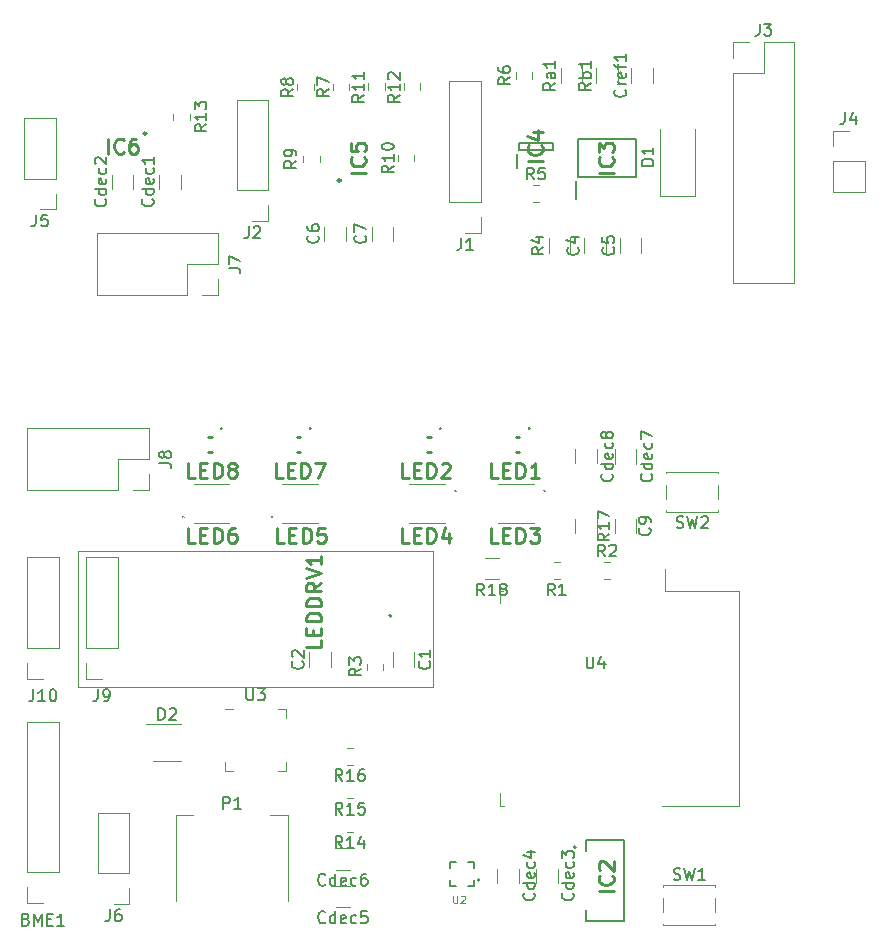
<source format=gbr>
%TF.GenerationSoftware,KiCad,Pcbnew,5.1.6*%
%TF.CreationDate,2020-07-08T20:14:41-07:00*%
%TF.ProjectId,plant_station,706c616e-745f-4737-9461-74696f6e2e6b,rev?*%
%TF.SameCoordinates,Original*%
%TF.FileFunction,Legend,Top*%
%TF.FilePolarity,Positive*%
%FSLAX46Y46*%
G04 Gerber Fmt 4.6, Leading zero omitted, Abs format (unit mm)*
G04 Created by KiCad (PCBNEW 5.1.6) date 2020-07-08 20:14:41*
%MOMM*%
%LPD*%
G01*
G04 APERTURE LIST*
%ADD10C,0.120000*%
%ADD11C,0.127000*%
%ADD12C,0.200000*%
%ADD13C,0.250000*%
%ADD14C,0.254000*%
%ADD15C,0.100000*%
%ADD16C,0.015000*%
%ADD17C,0.150000*%
G04 APERTURE END LIST*
D10*
X75000000Y-76500000D02*
X75000000Y-88000000D01*
X45000000Y-88000000D02*
X45000000Y-76500000D01*
X75000000Y-88000000D02*
X45000000Y-88000000D01*
X45000000Y-76500000D02*
X75000000Y-76500000D01*
D11*
%TO.C,U2*%
X78490000Y-104370000D02*
X78490000Y-104865000D01*
X78490000Y-104865000D02*
X77995000Y-104865000D01*
X77005000Y-104865000D02*
X76510000Y-104865000D01*
X76510000Y-104865000D02*
X76510000Y-104370000D01*
X77995000Y-102885000D02*
X78490000Y-102885000D01*
X78490000Y-102885000D02*
X78490000Y-103380000D01*
X76510000Y-103380000D02*
X76510000Y-102885000D01*
X76510000Y-102885000D02*
X77005000Y-102885000D01*
D12*
X79000000Y-104375000D02*
G75*
G03*
X79000000Y-104375000I-100000J0D01*
G01*
D10*
%TO.C,C4*%
X87840000Y-51252064D02*
X87840000Y-50047936D01*
X89660000Y-51252064D02*
X89660000Y-50047936D01*
%TO.C,C5*%
X90840000Y-51252064D02*
X90840000Y-50047936D01*
X92660000Y-51252064D02*
X92660000Y-50047936D01*
%TO.C,C6*%
X65840000Y-50252064D02*
X65840000Y-49047936D01*
X67660000Y-50252064D02*
X67660000Y-49047936D01*
%TO.C,C7*%
X71660000Y-50252064D02*
X71660000Y-49047936D01*
X69840000Y-50252064D02*
X69840000Y-49047936D01*
%TO.C,Cdec1*%
X53660000Y-45852064D02*
X53660000Y-44647936D01*
X51840000Y-45852064D02*
X51840000Y-44647936D01*
%TO.C,Cdec2*%
X49660000Y-45852064D02*
X49660000Y-44647936D01*
X47840000Y-45852064D02*
X47840000Y-44647936D01*
%TO.C,Cref1*%
X91840000Y-36852064D02*
X91840000Y-35647936D01*
X93660000Y-36852064D02*
X93660000Y-35647936D01*
%TO.C,D1*%
X97250000Y-46450000D02*
X97250000Y-40750000D01*
X94250000Y-46450000D02*
X97250000Y-46450000D01*
X94250000Y-40750000D02*
X94250000Y-46450000D01*
D12*
%TO.C,IC3*%
X87170000Y-46725000D02*
X87170000Y-45200000D01*
X92200000Y-44850000D02*
X87300000Y-44850000D01*
X92200000Y-41650000D02*
X92200000Y-44850000D01*
X87300000Y-41650000D02*
X92200000Y-41650000D01*
X87300000Y-44850000D02*
X87300000Y-41650000D01*
%TO.C,IC4*%
X82150000Y-44125000D02*
X82150000Y-42875000D01*
X85200000Y-42525000D02*
X82300000Y-42525000D01*
X85200000Y-41975000D02*
X85200000Y-42525000D01*
X82300000Y-41975000D02*
X85200000Y-41975000D01*
X82300000Y-42525000D02*
X82300000Y-41975000D01*
D13*
%TO.C,IC5*%
X67225000Y-45125000D02*
G75*
G03*
X67225000Y-45125000I-125000J0D01*
G01*
%TO.C,IC6*%
X50775000Y-41150000D02*
G75*
G03*
X50775000Y-41150000I-125000J0D01*
G01*
D10*
%TO.C,J1*%
X79080000Y-49580000D02*
X77750000Y-49580000D01*
X79080000Y-48250000D02*
X79080000Y-49580000D01*
X79080000Y-46980000D02*
X76420000Y-46980000D01*
X76420000Y-46980000D02*
X76420000Y-36760000D01*
X79080000Y-46980000D02*
X79080000Y-36760000D01*
X79080000Y-36760000D02*
X76420000Y-36760000D01*
%TO.C,J2*%
X61080000Y-48580000D02*
X59750000Y-48580000D01*
X61080000Y-47250000D02*
X61080000Y-48580000D01*
X61080000Y-45980000D02*
X58420000Y-45980000D01*
X58420000Y-45980000D02*
X58420000Y-38300000D01*
X61080000Y-45980000D02*
X61080000Y-38300000D01*
X61080000Y-38300000D02*
X58420000Y-38300000D01*
%TO.C,J3*%
X100420000Y-33420000D02*
X101750000Y-33420000D01*
X100420000Y-34750000D02*
X100420000Y-33420000D01*
X103020000Y-33420000D02*
X105620000Y-33420000D01*
X103020000Y-36020000D02*
X103020000Y-33420000D01*
X100420000Y-36020000D02*
X103020000Y-36020000D01*
X105620000Y-33420000D02*
X105620000Y-53860000D01*
X100420000Y-36020000D02*
X100420000Y-53860000D01*
X100420000Y-53860000D02*
X105620000Y-53860000D01*
%TO.C,J4*%
X108920000Y-40920000D02*
X110250000Y-40920000D01*
X108920000Y-42250000D02*
X108920000Y-40920000D01*
X108920000Y-43520000D02*
X111580000Y-43520000D01*
X111580000Y-43520000D02*
X111580000Y-46120000D01*
X108920000Y-43520000D02*
X108920000Y-46120000D01*
X108920000Y-46120000D02*
X111580000Y-46120000D01*
%TO.C,J5*%
X43080000Y-47580000D02*
X41750000Y-47580000D01*
X43080000Y-46250000D02*
X43080000Y-47580000D01*
X43080000Y-44980000D02*
X40420000Y-44980000D01*
X40420000Y-44980000D02*
X40420000Y-39840000D01*
X43080000Y-44980000D02*
X43080000Y-39840000D01*
X43080000Y-39840000D02*
X40420000Y-39840000D01*
%TO.C,R4*%
X86660000Y-51252064D02*
X86660000Y-50047936D01*
X84840000Y-51252064D02*
X84840000Y-50047936D01*
%TO.C,R5*%
X83491422Y-46960000D02*
X84008578Y-46960000D01*
X83491422Y-45540000D02*
X84008578Y-45540000D01*
%TO.C,R6*%
X82040000Y-36508578D02*
X82040000Y-35991422D01*
X83460000Y-36508578D02*
X83460000Y-35991422D01*
%TO.C,R7*%
X67960000Y-37508578D02*
X67960000Y-36991422D01*
X66540000Y-37508578D02*
X66540000Y-36991422D01*
%TO.C,R8*%
X64960000Y-37508578D02*
X64960000Y-36991422D01*
X63540000Y-37508578D02*
X63540000Y-36991422D01*
%TO.C,R9*%
X65460000Y-43571078D02*
X65460000Y-43053922D01*
X64040000Y-43571078D02*
X64040000Y-43053922D01*
%TO.C,R10*%
X72040000Y-43508578D02*
X72040000Y-42991422D01*
X73460000Y-43508578D02*
X73460000Y-42991422D01*
%TO.C,R11*%
X69540000Y-37446078D02*
X69540000Y-36928922D01*
X70960000Y-37446078D02*
X70960000Y-36928922D01*
%TO.C,R12*%
X73960000Y-36928922D02*
X73960000Y-37446078D01*
X72540000Y-36928922D02*
X72540000Y-37446078D01*
%TO.C,R13*%
X53040000Y-39491422D02*
X53040000Y-40008578D01*
X54460000Y-39491422D02*
X54460000Y-40008578D01*
%TO.C,Ra1*%
X85840000Y-36852064D02*
X85840000Y-35647936D01*
X87660000Y-36852064D02*
X87660000Y-35647936D01*
%TO.C,Rb1*%
X90660000Y-36852064D02*
X90660000Y-35647936D01*
X88840000Y-36852064D02*
X88840000Y-35647936D01*
%TO.C,BME1*%
X42000000Y-106330000D02*
X40670000Y-106330000D01*
X40670000Y-106330000D02*
X40670000Y-105000000D01*
X40670000Y-103730000D02*
X40670000Y-90970000D01*
X43330000Y-90970000D02*
X40670000Y-90970000D01*
X43330000Y-103730000D02*
X43330000Y-90970000D01*
X43330000Y-103730000D02*
X40670000Y-103730000D01*
%TO.C,C1*%
X71640000Y-85097936D02*
X71640000Y-86302064D01*
X73460000Y-85097936D02*
X73460000Y-86302064D01*
%TO.C,C2*%
X64540000Y-86302064D02*
X64540000Y-85097936D01*
X66360000Y-86302064D02*
X66360000Y-85097936D01*
%TO.C,Cdec3*%
X85583750Y-103397936D02*
X85583750Y-104602064D01*
X83763750Y-103397936D02*
X83763750Y-104602064D01*
%TO.C,Cdec4*%
X80492500Y-103397936D02*
X80492500Y-104602064D01*
X82312500Y-103397936D02*
X82312500Y-104602064D01*
%TO.C,Cdec5*%
X68002064Y-106660000D02*
X66797936Y-106660000D01*
X68002064Y-104840000D02*
X66797936Y-104840000D01*
%TO.C,Cdec6*%
X68002064Y-101660353D02*
X66797936Y-101660353D01*
X68002064Y-103480353D02*
X66797936Y-103480353D01*
%TO.C,Cdec7*%
X90423334Y-67902937D02*
X90423334Y-69107065D01*
X92243334Y-67902937D02*
X92243334Y-69107065D01*
%TO.C,Cdec8*%
X88910000Y-67897936D02*
X88910000Y-69102064D01*
X87090000Y-67897936D02*
X87090000Y-69102064D01*
%TO.C,C9*%
X87090000Y-73797936D02*
X87090000Y-75002064D01*
X88910000Y-73797936D02*
X88910000Y-75002064D01*
%TO.C,D2*%
X53700000Y-91200000D02*
X50750000Y-91200000D01*
X51300000Y-94300000D02*
X53700000Y-94300000D01*
D12*
%TO.C,IC2*%
X87177680Y-101610000D02*
G75*
G03*
X87177680Y-101610000I-119680J0D01*
G01*
X88000000Y-107800000D02*
X88000000Y-106920000D01*
X88000000Y-101000000D02*
X88000000Y-101944000D01*
X91200000Y-101000000D02*
X88000000Y-101000000D01*
X91200000Y-107800000D02*
X88000000Y-107800000D01*
X91200000Y-101000000D02*
X91200000Y-107800000D01*
D10*
%TO.C,J6*%
X49330000Y-106410000D02*
X48000000Y-106410000D01*
X49330000Y-105080000D02*
X49330000Y-106410000D01*
X49330000Y-103810000D02*
X46670000Y-103810000D01*
X46670000Y-103810000D02*
X46670000Y-98670000D01*
X49330000Y-103810000D02*
X49330000Y-98670000D01*
X49330000Y-98670000D02*
X46670000Y-98670000D01*
%TO.C,J7*%
X56830000Y-49630000D02*
X56830000Y-52230000D01*
X56830000Y-49630000D02*
X46550000Y-49630000D01*
X46550000Y-49630000D02*
X46550000Y-54830000D01*
X54230000Y-54830000D02*
X46550000Y-54830000D01*
X54230000Y-52230000D02*
X54230000Y-54830000D01*
X56830000Y-52230000D02*
X54230000Y-52230000D01*
X56830000Y-54830000D02*
X55500000Y-54830000D01*
X56830000Y-53500000D02*
X56830000Y-54830000D01*
%TO.C,J8*%
X50980000Y-70000000D02*
X50980000Y-71330000D01*
X50980000Y-71330000D02*
X49650000Y-71330000D01*
X50980000Y-68730000D02*
X48380000Y-68730000D01*
X48380000Y-68730000D02*
X48380000Y-71330000D01*
X48380000Y-71330000D02*
X40700000Y-71330000D01*
X40700000Y-66130000D02*
X40700000Y-71330000D01*
X50980000Y-66130000D02*
X40700000Y-66130000D01*
X50980000Y-66130000D02*
X50980000Y-68730000D01*
%TO.C,J9*%
X47000000Y-87330000D02*
X45670000Y-87330000D01*
X45670000Y-87330000D02*
X45670000Y-86000000D01*
X45670000Y-84730000D02*
X45670000Y-77050000D01*
X48330000Y-77050000D02*
X45670000Y-77050000D01*
X48330000Y-84730000D02*
X48330000Y-77050000D01*
X48330000Y-84730000D02*
X45670000Y-84730000D01*
%TO.C,J10*%
X43330000Y-84730000D02*
X40670000Y-84730000D01*
X43330000Y-84730000D02*
X43330000Y-77050000D01*
X43330000Y-77050000D02*
X40670000Y-77050000D01*
X40670000Y-84730000D02*
X40670000Y-77050000D01*
X40670000Y-87330000D02*
X40670000Y-86000000D01*
X42000000Y-87330000D02*
X40670000Y-87330000D01*
D14*
%TO.C,LED1*%
X82046500Y-66850000D02*
X82346500Y-66850000D01*
X82046500Y-68150000D02*
X82346500Y-68150000D01*
X83186240Y-66160000D02*
G75*
G03*
X83186240Y-66160000I-24740J0D01*
G01*
%TO.C,LED2*%
X75665240Y-66160000D02*
G75*
G03*
X75665240Y-66160000I-24740J0D01*
G01*
X74525500Y-68150000D02*
X74825500Y-68150000D01*
X74525500Y-66850000D02*
X74825500Y-66850000D01*
D15*
%TO.C,LED3*%
X84409000Y-71400000D02*
G75*
G02*
X84509000Y-71400000I50000J0D01*
G01*
X84509000Y-71400000D02*
G75*
G02*
X84409000Y-71400000I-50000J0D01*
G01*
X83559000Y-74150000D02*
X80534000Y-74150000D01*
X83559000Y-70850000D02*
X80534000Y-70850000D01*
X84409000Y-71400000D02*
X84409000Y-71400000D01*
X84509000Y-71400000D02*
X84509000Y-71400000D01*
%TO.C,LED4*%
X76888000Y-71400000D02*
G75*
G02*
X76988000Y-71400000I50000J0D01*
G01*
X76988000Y-71400000D02*
G75*
G02*
X76888000Y-71400000I-50000J0D01*
G01*
X76038000Y-74150000D02*
X73013000Y-74150000D01*
X76038000Y-70850000D02*
X73013000Y-70850000D01*
X76888000Y-71400000D02*
X76888000Y-71400000D01*
X76988000Y-71400000D02*
X76988000Y-71400000D01*
%TO.C,LED5*%
X61342000Y-73600000D02*
X61342000Y-73600000D01*
X61442000Y-73600000D02*
X61442000Y-73600000D01*
X62292000Y-74150000D02*
X65317000Y-74150000D01*
X62292000Y-70850000D02*
X65317000Y-70850000D01*
X61342000Y-73600000D02*
G75*
G02*
X61442000Y-73600000I50000J0D01*
G01*
X61442000Y-73600000D02*
G75*
G02*
X61342000Y-73600000I-50000J0D01*
G01*
%TO.C,LED6*%
X53921000Y-73600000D02*
G75*
G02*
X53821000Y-73600000I-50000J0D01*
G01*
X53821000Y-73600000D02*
G75*
G02*
X53921000Y-73600000I50000J0D01*
G01*
X54771000Y-70850000D02*
X57796000Y-70850000D01*
X54771000Y-74150000D02*
X57796000Y-74150000D01*
X53921000Y-73600000D02*
X53921000Y-73600000D01*
X53821000Y-73600000D02*
X53821000Y-73600000D01*
D14*
%TO.C,LED7*%
X63504500Y-66850000D02*
X63804500Y-66850000D01*
X63504500Y-68150000D02*
X63804500Y-68150000D01*
X64644240Y-66160000D02*
G75*
G03*
X64644240Y-66160000I-24740J0D01*
G01*
%TO.C,LED8*%
X55983500Y-66850000D02*
X56283500Y-66850000D01*
X55983500Y-68150000D02*
X56283500Y-68150000D01*
X57123240Y-66160000D02*
G75*
G03*
X57123240Y-66160000I-24740J0D01*
G01*
D12*
%TO.C,LEDDRV1*%
X71500000Y-82000000D02*
G75*
G03*
X71500000Y-82000000I-100000J0D01*
G01*
D10*
%TO.C,P1*%
X53250000Y-98880000D02*
X54750000Y-98880000D01*
X53250000Y-98880000D02*
X53250000Y-106140000D01*
X62750000Y-98880000D02*
X62750000Y-106140000D01*
X61250000Y-98880000D02*
X62750000Y-98880000D01*
%TO.C,R1*%
X85758578Y-78880000D02*
X85241422Y-78880000D01*
X85758578Y-77460000D02*
X85241422Y-77460000D01*
%TO.C,R2*%
X89491422Y-78880000D02*
X90008578Y-78880000D01*
X89491422Y-77460000D02*
X90008578Y-77460000D01*
%TO.C,R3*%
X70835000Y-86558578D02*
X70835000Y-86041422D01*
X69415000Y-86558578D02*
X69415000Y-86041422D01*
%TO.C,R14*%
X68258578Y-100270711D02*
X67741422Y-100270711D01*
X68258578Y-98850711D02*
X67741422Y-98850711D01*
%TO.C,R15*%
X68258578Y-96011069D02*
X67741422Y-96011069D01*
X68258578Y-97431069D02*
X67741422Y-97431069D01*
%TO.C,R16*%
X68258578Y-94591427D02*
X67741422Y-94591427D01*
X68258578Y-93171427D02*
X67741422Y-93171427D01*
%TO.C,R17*%
X90423333Y-75002064D02*
X90423333Y-73797936D01*
X92243333Y-75002064D02*
X92243333Y-73797936D01*
%TO.C,R18*%
X80602064Y-77090000D02*
X79397936Y-77090000D01*
X80602064Y-78910000D02*
X79397936Y-78910000D01*
%TO.C,SW1*%
X98950000Y-104920000D02*
X98950000Y-104800000D01*
X98950000Y-107070000D02*
X98950000Y-105930000D01*
X98950000Y-108200000D02*
X98950000Y-108080000D01*
X94550000Y-108200000D02*
X98950000Y-108200000D01*
X94550000Y-108080000D02*
X94550000Y-108200000D01*
X94550000Y-105930000D02*
X94550000Y-107070000D01*
X94550000Y-104800000D02*
X94550000Y-104920000D01*
X98950000Y-104800000D02*
X94550000Y-104800000D01*
%TO.C,SW2*%
X94800000Y-73200000D02*
X99200000Y-73200000D01*
X99200000Y-73200000D02*
X99200000Y-73080000D01*
X99200000Y-72070000D02*
X99200000Y-70930000D01*
X99200000Y-69920000D02*
X99200000Y-69800000D01*
X99200000Y-69800000D02*
X94800000Y-69800000D01*
X94800000Y-69800000D02*
X94800000Y-69920000D01*
X94800000Y-70930000D02*
X94800000Y-72070000D01*
X94800000Y-73080000D02*
X94800000Y-73200000D01*
%TO.C,U3*%
X58115000Y-89890000D02*
X57390000Y-89890000D01*
X62610000Y-95110000D02*
X62610000Y-94385000D01*
X61885000Y-95110000D02*
X62610000Y-95110000D01*
X57390000Y-95110000D02*
X57390000Y-94385000D01*
X58115000Y-95110000D02*
X57390000Y-95110000D01*
X62610000Y-89890000D02*
X62610000Y-90615000D01*
X61885000Y-89890000D02*
X62610000Y-89890000D01*
D15*
%TO.C,U4*%
X80950000Y-79880000D02*
X80730000Y-79880000D01*
X80730000Y-79880000D02*
X80730000Y-80900000D01*
X81050000Y-98120000D02*
X80750000Y-98120000D01*
X80730000Y-97000000D02*
X80730000Y-98120000D01*
X100970000Y-79880000D02*
X100970000Y-98120000D01*
X100970000Y-98120000D02*
X94450000Y-98120000D01*
X100970000Y-79880000D02*
X94650000Y-79880000D01*
X94650000Y-79880000D02*
X94650000Y-78000000D01*
%TO.C,U2*%
D16*
X76730380Y-105680923D02*
X76730380Y-106199019D01*
X76760857Y-106259971D01*
X76791333Y-106290447D01*
X76852285Y-106320923D01*
X76974190Y-106320923D01*
X77035142Y-106290447D01*
X77065619Y-106259971D01*
X77096095Y-106199019D01*
X77096095Y-105680923D01*
X77370380Y-105741876D02*
X77400857Y-105711400D01*
X77461809Y-105680923D01*
X77614190Y-105680923D01*
X77675142Y-105711400D01*
X77705619Y-105741876D01*
X77736095Y-105802828D01*
X77736095Y-105863780D01*
X77705619Y-105955209D01*
X77339904Y-106320923D01*
X77736095Y-106320923D01*
%TO.C,C4*%
D17*
X87287142Y-50816666D02*
X87334761Y-50864285D01*
X87382380Y-51007142D01*
X87382380Y-51102380D01*
X87334761Y-51245238D01*
X87239523Y-51340476D01*
X87144285Y-51388095D01*
X86953809Y-51435714D01*
X86810952Y-51435714D01*
X86620476Y-51388095D01*
X86525238Y-51340476D01*
X86430000Y-51245238D01*
X86382380Y-51102380D01*
X86382380Y-51007142D01*
X86430000Y-50864285D01*
X86477619Y-50816666D01*
X86715714Y-49959523D02*
X87382380Y-49959523D01*
X86334761Y-50197619D02*
X87049047Y-50435714D01*
X87049047Y-49816666D01*
%TO.C,C5*%
X90287142Y-50816666D02*
X90334761Y-50864285D01*
X90382380Y-51007142D01*
X90382380Y-51102380D01*
X90334761Y-51245238D01*
X90239523Y-51340476D01*
X90144285Y-51388095D01*
X89953809Y-51435714D01*
X89810952Y-51435714D01*
X89620476Y-51388095D01*
X89525238Y-51340476D01*
X89430000Y-51245238D01*
X89382380Y-51102380D01*
X89382380Y-51007142D01*
X89430000Y-50864285D01*
X89477619Y-50816666D01*
X89382380Y-49911904D02*
X89382380Y-50388095D01*
X89858571Y-50435714D01*
X89810952Y-50388095D01*
X89763333Y-50292857D01*
X89763333Y-50054761D01*
X89810952Y-49959523D01*
X89858571Y-49911904D01*
X89953809Y-49864285D01*
X90191904Y-49864285D01*
X90287142Y-49911904D01*
X90334761Y-49959523D01*
X90382380Y-50054761D01*
X90382380Y-50292857D01*
X90334761Y-50388095D01*
X90287142Y-50435714D01*
%TO.C,C6*%
X65287142Y-49816666D02*
X65334761Y-49864285D01*
X65382380Y-50007142D01*
X65382380Y-50102380D01*
X65334761Y-50245238D01*
X65239523Y-50340476D01*
X65144285Y-50388095D01*
X64953809Y-50435714D01*
X64810952Y-50435714D01*
X64620476Y-50388095D01*
X64525238Y-50340476D01*
X64430000Y-50245238D01*
X64382380Y-50102380D01*
X64382380Y-50007142D01*
X64430000Y-49864285D01*
X64477619Y-49816666D01*
X64382380Y-48959523D02*
X64382380Y-49150000D01*
X64430000Y-49245238D01*
X64477619Y-49292857D01*
X64620476Y-49388095D01*
X64810952Y-49435714D01*
X65191904Y-49435714D01*
X65287142Y-49388095D01*
X65334761Y-49340476D01*
X65382380Y-49245238D01*
X65382380Y-49054761D01*
X65334761Y-48959523D01*
X65287142Y-48911904D01*
X65191904Y-48864285D01*
X64953809Y-48864285D01*
X64858571Y-48911904D01*
X64810952Y-48959523D01*
X64763333Y-49054761D01*
X64763333Y-49245238D01*
X64810952Y-49340476D01*
X64858571Y-49388095D01*
X64953809Y-49435714D01*
%TO.C,C7*%
X69287142Y-49816666D02*
X69334761Y-49864285D01*
X69382380Y-50007142D01*
X69382380Y-50102380D01*
X69334761Y-50245238D01*
X69239523Y-50340476D01*
X69144285Y-50388095D01*
X68953809Y-50435714D01*
X68810952Y-50435714D01*
X68620476Y-50388095D01*
X68525238Y-50340476D01*
X68430000Y-50245238D01*
X68382380Y-50102380D01*
X68382380Y-50007142D01*
X68430000Y-49864285D01*
X68477619Y-49816666D01*
X68382380Y-49483333D02*
X68382380Y-48816666D01*
X69382380Y-49245238D01*
%TO.C,Cdec1*%
X51287142Y-46726190D02*
X51334761Y-46773809D01*
X51382380Y-46916666D01*
X51382380Y-47011904D01*
X51334761Y-47154761D01*
X51239523Y-47250000D01*
X51144285Y-47297619D01*
X50953809Y-47345238D01*
X50810952Y-47345238D01*
X50620476Y-47297619D01*
X50525238Y-47250000D01*
X50430000Y-47154761D01*
X50382380Y-47011904D01*
X50382380Y-46916666D01*
X50430000Y-46773809D01*
X50477619Y-46726190D01*
X51382380Y-45869047D02*
X50382380Y-45869047D01*
X51334761Y-45869047D02*
X51382380Y-45964285D01*
X51382380Y-46154761D01*
X51334761Y-46250000D01*
X51287142Y-46297619D01*
X51191904Y-46345238D01*
X50906190Y-46345238D01*
X50810952Y-46297619D01*
X50763333Y-46250000D01*
X50715714Y-46154761D01*
X50715714Y-45964285D01*
X50763333Y-45869047D01*
X51334761Y-45011904D02*
X51382380Y-45107142D01*
X51382380Y-45297619D01*
X51334761Y-45392857D01*
X51239523Y-45440476D01*
X50858571Y-45440476D01*
X50763333Y-45392857D01*
X50715714Y-45297619D01*
X50715714Y-45107142D01*
X50763333Y-45011904D01*
X50858571Y-44964285D01*
X50953809Y-44964285D01*
X51049047Y-45440476D01*
X51334761Y-44107142D02*
X51382380Y-44202380D01*
X51382380Y-44392857D01*
X51334761Y-44488095D01*
X51287142Y-44535714D01*
X51191904Y-44583333D01*
X50906190Y-44583333D01*
X50810952Y-44535714D01*
X50763333Y-44488095D01*
X50715714Y-44392857D01*
X50715714Y-44202380D01*
X50763333Y-44107142D01*
X51382380Y-43154761D02*
X51382380Y-43726190D01*
X51382380Y-43440476D02*
X50382380Y-43440476D01*
X50525238Y-43535714D01*
X50620476Y-43630952D01*
X50668095Y-43726190D01*
%TO.C,Cdec2*%
X47287142Y-46726190D02*
X47334761Y-46773809D01*
X47382380Y-46916666D01*
X47382380Y-47011904D01*
X47334761Y-47154761D01*
X47239523Y-47250000D01*
X47144285Y-47297619D01*
X46953809Y-47345238D01*
X46810952Y-47345238D01*
X46620476Y-47297619D01*
X46525238Y-47250000D01*
X46430000Y-47154761D01*
X46382380Y-47011904D01*
X46382380Y-46916666D01*
X46430000Y-46773809D01*
X46477619Y-46726190D01*
X47382380Y-45869047D02*
X46382380Y-45869047D01*
X47334761Y-45869047D02*
X47382380Y-45964285D01*
X47382380Y-46154761D01*
X47334761Y-46250000D01*
X47287142Y-46297619D01*
X47191904Y-46345238D01*
X46906190Y-46345238D01*
X46810952Y-46297619D01*
X46763333Y-46250000D01*
X46715714Y-46154761D01*
X46715714Y-45964285D01*
X46763333Y-45869047D01*
X47334761Y-45011904D02*
X47382380Y-45107142D01*
X47382380Y-45297619D01*
X47334761Y-45392857D01*
X47239523Y-45440476D01*
X46858571Y-45440476D01*
X46763333Y-45392857D01*
X46715714Y-45297619D01*
X46715714Y-45107142D01*
X46763333Y-45011904D01*
X46858571Y-44964285D01*
X46953809Y-44964285D01*
X47049047Y-45440476D01*
X47334761Y-44107142D02*
X47382380Y-44202380D01*
X47382380Y-44392857D01*
X47334761Y-44488095D01*
X47287142Y-44535714D01*
X47191904Y-44583333D01*
X46906190Y-44583333D01*
X46810952Y-44535714D01*
X46763333Y-44488095D01*
X46715714Y-44392857D01*
X46715714Y-44202380D01*
X46763333Y-44107142D01*
X46477619Y-43726190D02*
X46430000Y-43678571D01*
X46382380Y-43583333D01*
X46382380Y-43345238D01*
X46430000Y-43250000D01*
X46477619Y-43202380D01*
X46572857Y-43154761D01*
X46668095Y-43154761D01*
X46810952Y-43202380D01*
X47382380Y-43773809D01*
X47382380Y-43154761D01*
%TO.C,Cref1*%
X91287142Y-37440476D02*
X91334761Y-37488095D01*
X91382380Y-37630952D01*
X91382380Y-37726190D01*
X91334761Y-37869047D01*
X91239523Y-37964285D01*
X91144285Y-38011904D01*
X90953809Y-38059523D01*
X90810952Y-38059523D01*
X90620476Y-38011904D01*
X90525238Y-37964285D01*
X90430000Y-37869047D01*
X90382380Y-37726190D01*
X90382380Y-37630952D01*
X90430000Y-37488095D01*
X90477619Y-37440476D01*
X91382380Y-37011904D02*
X90715714Y-37011904D01*
X90906190Y-37011904D02*
X90810952Y-36964285D01*
X90763333Y-36916666D01*
X90715714Y-36821428D01*
X90715714Y-36726190D01*
X91334761Y-36011904D02*
X91382380Y-36107142D01*
X91382380Y-36297619D01*
X91334761Y-36392857D01*
X91239523Y-36440476D01*
X90858571Y-36440476D01*
X90763333Y-36392857D01*
X90715714Y-36297619D01*
X90715714Y-36107142D01*
X90763333Y-36011904D01*
X90858571Y-35964285D01*
X90953809Y-35964285D01*
X91049047Y-36440476D01*
X90715714Y-35678571D02*
X90715714Y-35297619D01*
X91382380Y-35535714D02*
X90525238Y-35535714D01*
X90430000Y-35488095D01*
X90382380Y-35392857D01*
X90382380Y-35297619D01*
X91382380Y-34440476D02*
X91382380Y-35011904D01*
X91382380Y-34726190D02*
X90382380Y-34726190D01*
X90525238Y-34821428D01*
X90620476Y-34916666D01*
X90668095Y-35011904D01*
%TO.C,D1*%
X93702380Y-43888095D02*
X92702380Y-43888095D01*
X92702380Y-43650000D01*
X92750000Y-43507142D01*
X92845238Y-43411904D01*
X92940476Y-43364285D01*
X93130952Y-43316666D01*
X93273809Y-43316666D01*
X93464285Y-43364285D01*
X93559523Y-43411904D01*
X93654761Y-43507142D01*
X93702380Y-43650000D01*
X93702380Y-43888095D01*
X93702380Y-42364285D02*
X93702380Y-42935714D01*
X93702380Y-42650000D02*
X92702380Y-42650000D01*
X92845238Y-42745238D01*
X92940476Y-42840476D01*
X92988095Y-42935714D01*
%TO.C,IC3*%
D14*
X90324523Y-44489761D02*
X89054523Y-44489761D01*
X90203571Y-43159285D02*
X90264047Y-43219761D01*
X90324523Y-43401190D01*
X90324523Y-43522142D01*
X90264047Y-43703571D01*
X90143095Y-43824523D01*
X90022142Y-43885000D01*
X89780238Y-43945476D01*
X89598809Y-43945476D01*
X89356904Y-43885000D01*
X89235952Y-43824523D01*
X89115000Y-43703571D01*
X89054523Y-43522142D01*
X89054523Y-43401190D01*
X89115000Y-43219761D01*
X89175476Y-43159285D01*
X89054523Y-42735952D02*
X89054523Y-41949761D01*
X89538333Y-42373095D01*
X89538333Y-42191666D01*
X89598809Y-42070714D01*
X89659285Y-42010238D01*
X89780238Y-41949761D01*
X90082619Y-41949761D01*
X90203571Y-42010238D01*
X90264047Y-42070714D01*
X90324523Y-42191666D01*
X90324523Y-42554523D01*
X90264047Y-42675476D01*
X90203571Y-42735952D01*
%TO.C,IC4*%
X84324523Y-43489761D02*
X83054523Y-43489761D01*
X84203571Y-42159285D02*
X84264047Y-42219761D01*
X84324523Y-42401190D01*
X84324523Y-42522142D01*
X84264047Y-42703571D01*
X84143095Y-42824523D01*
X84022142Y-42885000D01*
X83780238Y-42945476D01*
X83598809Y-42945476D01*
X83356904Y-42885000D01*
X83235952Y-42824523D01*
X83115000Y-42703571D01*
X83054523Y-42522142D01*
X83054523Y-42401190D01*
X83115000Y-42219761D01*
X83175476Y-42159285D01*
X83477857Y-41070714D02*
X84324523Y-41070714D01*
X82994047Y-41373095D02*
X83901190Y-41675476D01*
X83901190Y-40889285D01*
%TO.C,IC5*%
X69324523Y-44489761D02*
X68054523Y-44489761D01*
X69203571Y-43159285D02*
X69264047Y-43219761D01*
X69324523Y-43401190D01*
X69324523Y-43522142D01*
X69264047Y-43703571D01*
X69143095Y-43824523D01*
X69022142Y-43885000D01*
X68780238Y-43945476D01*
X68598809Y-43945476D01*
X68356904Y-43885000D01*
X68235952Y-43824523D01*
X68115000Y-43703571D01*
X68054523Y-43522142D01*
X68054523Y-43401190D01*
X68115000Y-43219761D01*
X68175476Y-43159285D01*
X68054523Y-42010238D02*
X68054523Y-42615000D01*
X68659285Y-42675476D01*
X68598809Y-42615000D01*
X68538333Y-42494047D01*
X68538333Y-42191666D01*
X68598809Y-42070714D01*
X68659285Y-42010238D01*
X68780238Y-41949761D01*
X69082619Y-41949761D01*
X69203571Y-42010238D01*
X69264047Y-42070714D01*
X69324523Y-42191666D01*
X69324523Y-42494047D01*
X69264047Y-42615000D01*
X69203571Y-42675476D01*
%TO.C,IC6*%
X47510238Y-42864523D02*
X47510238Y-41594523D01*
X48840714Y-42743571D02*
X48780238Y-42804047D01*
X48598809Y-42864523D01*
X48477857Y-42864523D01*
X48296428Y-42804047D01*
X48175476Y-42683095D01*
X48115000Y-42562142D01*
X48054523Y-42320238D01*
X48054523Y-42138809D01*
X48115000Y-41896904D01*
X48175476Y-41775952D01*
X48296428Y-41655000D01*
X48477857Y-41594523D01*
X48598809Y-41594523D01*
X48780238Y-41655000D01*
X48840714Y-41715476D01*
X49929285Y-41594523D02*
X49687380Y-41594523D01*
X49566428Y-41655000D01*
X49505952Y-41715476D01*
X49385000Y-41896904D01*
X49324523Y-42138809D01*
X49324523Y-42622619D01*
X49385000Y-42743571D01*
X49445476Y-42804047D01*
X49566428Y-42864523D01*
X49808333Y-42864523D01*
X49929285Y-42804047D01*
X49989761Y-42743571D01*
X50050238Y-42622619D01*
X50050238Y-42320238D01*
X49989761Y-42199285D01*
X49929285Y-42138809D01*
X49808333Y-42078333D01*
X49566428Y-42078333D01*
X49445476Y-42138809D01*
X49385000Y-42199285D01*
X49324523Y-42320238D01*
%TO.C,J1*%
D17*
X77416666Y-50032380D02*
X77416666Y-50746666D01*
X77369047Y-50889523D01*
X77273809Y-50984761D01*
X77130952Y-51032380D01*
X77035714Y-51032380D01*
X78416666Y-51032380D02*
X77845238Y-51032380D01*
X78130952Y-51032380D02*
X78130952Y-50032380D01*
X78035714Y-50175238D01*
X77940476Y-50270476D01*
X77845238Y-50318095D01*
%TO.C,J2*%
X59416666Y-49032380D02*
X59416666Y-49746666D01*
X59369047Y-49889523D01*
X59273809Y-49984761D01*
X59130952Y-50032380D01*
X59035714Y-50032380D01*
X59845238Y-49127619D02*
X59892857Y-49080000D01*
X59988095Y-49032380D01*
X60226190Y-49032380D01*
X60321428Y-49080000D01*
X60369047Y-49127619D01*
X60416666Y-49222857D01*
X60416666Y-49318095D01*
X60369047Y-49460952D01*
X59797619Y-50032380D01*
X60416666Y-50032380D01*
%TO.C,J3*%
X102686666Y-31872380D02*
X102686666Y-32586666D01*
X102639047Y-32729523D01*
X102543809Y-32824761D01*
X102400952Y-32872380D01*
X102305714Y-32872380D01*
X103067619Y-31872380D02*
X103686666Y-31872380D01*
X103353333Y-32253333D01*
X103496190Y-32253333D01*
X103591428Y-32300952D01*
X103639047Y-32348571D01*
X103686666Y-32443809D01*
X103686666Y-32681904D01*
X103639047Y-32777142D01*
X103591428Y-32824761D01*
X103496190Y-32872380D01*
X103210476Y-32872380D01*
X103115238Y-32824761D01*
X103067619Y-32777142D01*
%TO.C,J4*%
X109916666Y-39372380D02*
X109916666Y-40086666D01*
X109869047Y-40229523D01*
X109773809Y-40324761D01*
X109630952Y-40372380D01*
X109535714Y-40372380D01*
X110821428Y-39705714D02*
X110821428Y-40372380D01*
X110583333Y-39324761D02*
X110345238Y-40039047D01*
X110964285Y-40039047D01*
%TO.C,J5*%
X41416666Y-48032380D02*
X41416666Y-48746666D01*
X41369047Y-48889523D01*
X41273809Y-48984761D01*
X41130952Y-49032380D01*
X41035714Y-49032380D01*
X42369047Y-48032380D02*
X41892857Y-48032380D01*
X41845238Y-48508571D01*
X41892857Y-48460952D01*
X41988095Y-48413333D01*
X42226190Y-48413333D01*
X42321428Y-48460952D01*
X42369047Y-48508571D01*
X42416666Y-48603809D01*
X42416666Y-48841904D01*
X42369047Y-48937142D01*
X42321428Y-48984761D01*
X42226190Y-49032380D01*
X41988095Y-49032380D01*
X41892857Y-48984761D01*
X41845238Y-48937142D01*
%TO.C,R4*%
X84382380Y-50816666D02*
X83906190Y-51150000D01*
X84382380Y-51388095D02*
X83382380Y-51388095D01*
X83382380Y-51007142D01*
X83430000Y-50911904D01*
X83477619Y-50864285D01*
X83572857Y-50816666D01*
X83715714Y-50816666D01*
X83810952Y-50864285D01*
X83858571Y-50911904D01*
X83906190Y-51007142D01*
X83906190Y-51388095D01*
X83715714Y-49959523D02*
X84382380Y-49959523D01*
X83334761Y-50197619D02*
X84049047Y-50435714D01*
X84049047Y-49816666D01*
%TO.C,R5*%
X83583333Y-45052380D02*
X83250000Y-44576190D01*
X83011904Y-45052380D02*
X83011904Y-44052380D01*
X83392857Y-44052380D01*
X83488095Y-44100000D01*
X83535714Y-44147619D01*
X83583333Y-44242857D01*
X83583333Y-44385714D01*
X83535714Y-44480952D01*
X83488095Y-44528571D01*
X83392857Y-44576190D01*
X83011904Y-44576190D01*
X84488095Y-44052380D02*
X84011904Y-44052380D01*
X83964285Y-44528571D01*
X84011904Y-44480952D01*
X84107142Y-44433333D01*
X84345238Y-44433333D01*
X84440476Y-44480952D01*
X84488095Y-44528571D01*
X84535714Y-44623809D01*
X84535714Y-44861904D01*
X84488095Y-44957142D01*
X84440476Y-45004761D01*
X84345238Y-45052380D01*
X84107142Y-45052380D01*
X84011904Y-45004761D01*
X83964285Y-44957142D01*
%TO.C,R6*%
X81552380Y-36416666D02*
X81076190Y-36750000D01*
X81552380Y-36988095D02*
X80552380Y-36988095D01*
X80552380Y-36607142D01*
X80600000Y-36511904D01*
X80647619Y-36464285D01*
X80742857Y-36416666D01*
X80885714Y-36416666D01*
X80980952Y-36464285D01*
X81028571Y-36511904D01*
X81076190Y-36607142D01*
X81076190Y-36988095D01*
X80552380Y-35559523D02*
X80552380Y-35750000D01*
X80600000Y-35845238D01*
X80647619Y-35892857D01*
X80790476Y-35988095D01*
X80980952Y-36035714D01*
X81361904Y-36035714D01*
X81457142Y-35988095D01*
X81504761Y-35940476D01*
X81552380Y-35845238D01*
X81552380Y-35654761D01*
X81504761Y-35559523D01*
X81457142Y-35511904D01*
X81361904Y-35464285D01*
X81123809Y-35464285D01*
X81028571Y-35511904D01*
X80980952Y-35559523D01*
X80933333Y-35654761D01*
X80933333Y-35845238D01*
X80980952Y-35940476D01*
X81028571Y-35988095D01*
X81123809Y-36035714D01*
%TO.C,R7*%
X66202380Y-37416666D02*
X65726190Y-37750000D01*
X66202380Y-37988095D02*
X65202380Y-37988095D01*
X65202380Y-37607142D01*
X65250000Y-37511904D01*
X65297619Y-37464285D01*
X65392857Y-37416666D01*
X65535714Y-37416666D01*
X65630952Y-37464285D01*
X65678571Y-37511904D01*
X65726190Y-37607142D01*
X65726190Y-37988095D01*
X65202380Y-37083333D02*
X65202380Y-36416666D01*
X66202380Y-36845238D01*
%TO.C,R8*%
X63202380Y-37416666D02*
X62726190Y-37750000D01*
X63202380Y-37988095D02*
X62202380Y-37988095D01*
X62202380Y-37607142D01*
X62250000Y-37511904D01*
X62297619Y-37464285D01*
X62392857Y-37416666D01*
X62535714Y-37416666D01*
X62630952Y-37464285D01*
X62678571Y-37511904D01*
X62726190Y-37607142D01*
X62726190Y-37988095D01*
X62630952Y-36845238D02*
X62583333Y-36940476D01*
X62535714Y-36988095D01*
X62440476Y-37035714D01*
X62392857Y-37035714D01*
X62297619Y-36988095D01*
X62250000Y-36940476D01*
X62202380Y-36845238D01*
X62202380Y-36654761D01*
X62250000Y-36559523D01*
X62297619Y-36511904D01*
X62392857Y-36464285D01*
X62440476Y-36464285D01*
X62535714Y-36511904D01*
X62583333Y-36559523D01*
X62630952Y-36654761D01*
X62630952Y-36845238D01*
X62678571Y-36940476D01*
X62726190Y-36988095D01*
X62821428Y-37035714D01*
X63011904Y-37035714D01*
X63107142Y-36988095D01*
X63154761Y-36940476D01*
X63202380Y-36845238D01*
X63202380Y-36654761D01*
X63154761Y-36559523D01*
X63107142Y-36511904D01*
X63011904Y-36464285D01*
X62821428Y-36464285D01*
X62726190Y-36511904D01*
X62678571Y-36559523D01*
X62630952Y-36654761D01*
%TO.C,R9*%
X63452380Y-43479166D02*
X62976190Y-43812500D01*
X63452380Y-44050595D02*
X62452380Y-44050595D01*
X62452380Y-43669642D01*
X62500000Y-43574404D01*
X62547619Y-43526785D01*
X62642857Y-43479166D01*
X62785714Y-43479166D01*
X62880952Y-43526785D01*
X62928571Y-43574404D01*
X62976190Y-43669642D01*
X62976190Y-44050595D01*
X63452380Y-43002976D02*
X63452380Y-42812500D01*
X63404761Y-42717261D01*
X63357142Y-42669642D01*
X63214285Y-42574404D01*
X63023809Y-42526785D01*
X62642857Y-42526785D01*
X62547619Y-42574404D01*
X62500000Y-42622023D01*
X62452380Y-42717261D01*
X62452380Y-42907738D01*
X62500000Y-43002976D01*
X62547619Y-43050595D01*
X62642857Y-43098214D01*
X62880952Y-43098214D01*
X62976190Y-43050595D01*
X63023809Y-43002976D01*
X63071428Y-42907738D01*
X63071428Y-42717261D01*
X63023809Y-42622023D01*
X62976190Y-42574404D01*
X62880952Y-42526785D01*
%TO.C,R10*%
X71702380Y-43892857D02*
X71226190Y-44226190D01*
X71702380Y-44464285D02*
X70702380Y-44464285D01*
X70702380Y-44083333D01*
X70750000Y-43988095D01*
X70797619Y-43940476D01*
X70892857Y-43892857D01*
X71035714Y-43892857D01*
X71130952Y-43940476D01*
X71178571Y-43988095D01*
X71226190Y-44083333D01*
X71226190Y-44464285D01*
X71702380Y-42940476D02*
X71702380Y-43511904D01*
X71702380Y-43226190D02*
X70702380Y-43226190D01*
X70845238Y-43321428D01*
X70940476Y-43416666D01*
X70988095Y-43511904D01*
X70702380Y-42321428D02*
X70702380Y-42226190D01*
X70750000Y-42130952D01*
X70797619Y-42083333D01*
X70892857Y-42035714D01*
X71083333Y-41988095D01*
X71321428Y-41988095D01*
X71511904Y-42035714D01*
X71607142Y-42083333D01*
X71654761Y-42130952D01*
X71702380Y-42226190D01*
X71702380Y-42321428D01*
X71654761Y-42416666D01*
X71607142Y-42464285D01*
X71511904Y-42511904D01*
X71321428Y-42559523D01*
X71083333Y-42559523D01*
X70892857Y-42511904D01*
X70797619Y-42464285D01*
X70750000Y-42416666D01*
X70702380Y-42321428D01*
%TO.C,R11*%
X69202380Y-37892857D02*
X68726190Y-38226190D01*
X69202380Y-38464285D02*
X68202380Y-38464285D01*
X68202380Y-38083333D01*
X68250000Y-37988095D01*
X68297619Y-37940476D01*
X68392857Y-37892857D01*
X68535714Y-37892857D01*
X68630952Y-37940476D01*
X68678571Y-37988095D01*
X68726190Y-38083333D01*
X68726190Y-38464285D01*
X69202380Y-36940476D02*
X69202380Y-37511904D01*
X69202380Y-37226190D02*
X68202380Y-37226190D01*
X68345238Y-37321428D01*
X68440476Y-37416666D01*
X68488095Y-37511904D01*
X69202380Y-35988095D02*
X69202380Y-36559523D01*
X69202380Y-36273809D02*
X68202380Y-36273809D01*
X68345238Y-36369047D01*
X68440476Y-36464285D01*
X68488095Y-36559523D01*
%TO.C,R12*%
X72202380Y-37892857D02*
X71726190Y-38226190D01*
X72202380Y-38464285D02*
X71202380Y-38464285D01*
X71202380Y-38083333D01*
X71250000Y-37988095D01*
X71297619Y-37940476D01*
X71392857Y-37892857D01*
X71535714Y-37892857D01*
X71630952Y-37940476D01*
X71678571Y-37988095D01*
X71726190Y-38083333D01*
X71726190Y-38464285D01*
X72202380Y-36940476D02*
X72202380Y-37511904D01*
X72202380Y-37226190D02*
X71202380Y-37226190D01*
X71345238Y-37321428D01*
X71440476Y-37416666D01*
X71488095Y-37511904D01*
X71297619Y-36559523D02*
X71250000Y-36511904D01*
X71202380Y-36416666D01*
X71202380Y-36178571D01*
X71250000Y-36083333D01*
X71297619Y-36035714D01*
X71392857Y-35988095D01*
X71488095Y-35988095D01*
X71630952Y-36035714D01*
X72202380Y-36607142D01*
X72202380Y-35988095D01*
%TO.C,R13*%
X55852380Y-40392857D02*
X55376190Y-40726190D01*
X55852380Y-40964285D02*
X54852380Y-40964285D01*
X54852380Y-40583333D01*
X54900000Y-40488095D01*
X54947619Y-40440476D01*
X55042857Y-40392857D01*
X55185714Y-40392857D01*
X55280952Y-40440476D01*
X55328571Y-40488095D01*
X55376190Y-40583333D01*
X55376190Y-40964285D01*
X55852380Y-39440476D02*
X55852380Y-40011904D01*
X55852380Y-39726190D02*
X54852380Y-39726190D01*
X54995238Y-39821428D01*
X55090476Y-39916666D01*
X55138095Y-40011904D01*
X54852380Y-39107142D02*
X54852380Y-38488095D01*
X55233333Y-38821428D01*
X55233333Y-38678571D01*
X55280952Y-38583333D01*
X55328571Y-38535714D01*
X55423809Y-38488095D01*
X55661904Y-38488095D01*
X55757142Y-38535714D01*
X55804761Y-38583333D01*
X55852380Y-38678571D01*
X55852380Y-38964285D01*
X55804761Y-39059523D01*
X55757142Y-39107142D01*
%TO.C,Ra1*%
X85382380Y-36869047D02*
X84906190Y-37202380D01*
X85382380Y-37440476D02*
X84382380Y-37440476D01*
X84382380Y-37059523D01*
X84430000Y-36964285D01*
X84477619Y-36916666D01*
X84572857Y-36869047D01*
X84715714Y-36869047D01*
X84810952Y-36916666D01*
X84858571Y-36964285D01*
X84906190Y-37059523D01*
X84906190Y-37440476D01*
X85382380Y-36011904D02*
X84858571Y-36011904D01*
X84763333Y-36059523D01*
X84715714Y-36154761D01*
X84715714Y-36345238D01*
X84763333Y-36440476D01*
X85334761Y-36011904D02*
X85382380Y-36107142D01*
X85382380Y-36345238D01*
X85334761Y-36440476D01*
X85239523Y-36488095D01*
X85144285Y-36488095D01*
X85049047Y-36440476D01*
X85001428Y-36345238D01*
X85001428Y-36107142D01*
X84953809Y-36011904D01*
X85382380Y-35011904D02*
X85382380Y-35583333D01*
X85382380Y-35297619D02*
X84382380Y-35297619D01*
X84525238Y-35392857D01*
X84620476Y-35488095D01*
X84668095Y-35583333D01*
%TO.C,Rb1*%
X88382380Y-36869047D02*
X87906190Y-37202380D01*
X88382380Y-37440476D02*
X87382380Y-37440476D01*
X87382380Y-37059523D01*
X87430000Y-36964285D01*
X87477619Y-36916666D01*
X87572857Y-36869047D01*
X87715714Y-36869047D01*
X87810952Y-36916666D01*
X87858571Y-36964285D01*
X87906190Y-37059523D01*
X87906190Y-37440476D01*
X88382380Y-36440476D02*
X87382380Y-36440476D01*
X87763333Y-36440476D02*
X87715714Y-36345238D01*
X87715714Y-36154761D01*
X87763333Y-36059523D01*
X87810952Y-36011904D01*
X87906190Y-35964285D01*
X88191904Y-35964285D01*
X88287142Y-36011904D01*
X88334761Y-36059523D01*
X88382380Y-36154761D01*
X88382380Y-36345238D01*
X88334761Y-36440476D01*
X88382380Y-35011904D02*
X88382380Y-35583333D01*
X88382380Y-35297619D02*
X87382380Y-35297619D01*
X87525238Y-35392857D01*
X87620476Y-35488095D01*
X87668095Y-35583333D01*
%TO.C,BME1*%
X40571428Y-107698571D02*
X40714285Y-107746190D01*
X40761904Y-107793809D01*
X40809523Y-107889047D01*
X40809523Y-108031904D01*
X40761904Y-108127142D01*
X40714285Y-108174761D01*
X40619047Y-108222380D01*
X40238095Y-108222380D01*
X40238095Y-107222380D01*
X40571428Y-107222380D01*
X40666666Y-107270000D01*
X40714285Y-107317619D01*
X40761904Y-107412857D01*
X40761904Y-107508095D01*
X40714285Y-107603333D01*
X40666666Y-107650952D01*
X40571428Y-107698571D01*
X40238095Y-107698571D01*
X41238095Y-108222380D02*
X41238095Y-107222380D01*
X41571428Y-107936666D01*
X41904761Y-107222380D01*
X41904761Y-108222380D01*
X42380952Y-107698571D02*
X42714285Y-107698571D01*
X42857142Y-108222380D02*
X42380952Y-108222380D01*
X42380952Y-107222380D01*
X42857142Y-107222380D01*
X43809523Y-108222380D02*
X43238095Y-108222380D01*
X43523809Y-108222380D02*
X43523809Y-107222380D01*
X43428571Y-107365238D01*
X43333333Y-107460476D01*
X43238095Y-107508095D01*
%TO.C,C1*%
X74727142Y-85866666D02*
X74774761Y-85914285D01*
X74822380Y-86057142D01*
X74822380Y-86152380D01*
X74774761Y-86295238D01*
X74679523Y-86390476D01*
X74584285Y-86438095D01*
X74393809Y-86485714D01*
X74250952Y-86485714D01*
X74060476Y-86438095D01*
X73965238Y-86390476D01*
X73870000Y-86295238D01*
X73822380Y-86152380D01*
X73822380Y-86057142D01*
X73870000Y-85914285D01*
X73917619Y-85866666D01*
X74822380Y-84914285D02*
X74822380Y-85485714D01*
X74822380Y-85200000D02*
X73822380Y-85200000D01*
X73965238Y-85295238D01*
X74060476Y-85390476D01*
X74108095Y-85485714D01*
%TO.C,C2*%
X63987142Y-85866666D02*
X64034761Y-85914285D01*
X64082380Y-86057142D01*
X64082380Y-86152380D01*
X64034761Y-86295238D01*
X63939523Y-86390476D01*
X63844285Y-86438095D01*
X63653809Y-86485714D01*
X63510952Y-86485714D01*
X63320476Y-86438095D01*
X63225238Y-86390476D01*
X63130000Y-86295238D01*
X63082380Y-86152380D01*
X63082380Y-86057142D01*
X63130000Y-85914285D01*
X63177619Y-85866666D01*
X63177619Y-85485714D02*
X63130000Y-85438095D01*
X63082380Y-85342857D01*
X63082380Y-85104761D01*
X63130000Y-85009523D01*
X63177619Y-84961904D01*
X63272857Y-84914285D01*
X63368095Y-84914285D01*
X63510952Y-84961904D01*
X64082380Y-85533333D01*
X64082380Y-84914285D01*
%TO.C,Cdec3*%
X86850892Y-105476190D02*
X86898511Y-105523809D01*
X86946130Y-105666666D01*
X86946130Y-105761904D01*
X86898511Y-105904761D01*
X86803273Y-106000000D01*
X86708035Y-106047619D01*
X86517559Y-106095238D01*
X86374702Y-106095238D01*
X86184226Y-106047619D01*
X86088988Y-106000000D01*
X85993750Y-105904761D01*
X85946130Y-105761904D01*
X85946130Y-105666666D01*
X85993750Y-105523809D01*
X86041369Y-105476190D01*
X86946130Y-104619047D02*
X85946130Y-104619047D01*
X86898511Y-104619047D02*
X86946130Y-104714285D01*
X86946130Y-104904761D01*
X86898511Y-105000000D01*
X86850892Y-105047619D01*
X86755654Y-105095238D01*
X86469940Y-105095238D01*
X86374702Y-105047619D01*
X86327083Y-105000000D01*
X86279464Y-104904761D01*
X86279464Y-104714285D01*
X86327083Y-104619047D01*
X86898511Y-103761904D02*
X86946130Y-103857142D01*
X86946130Y-104047619D01*
X86898511Y-104142857D01*
X86803273Y-104190476D01*
X86422321Y-104190476D01*
X86327083Y-104142857D01*
X86279464Y-104047619D01*
X86279464Y-103857142D01*
X86327083Y-103761904D01*
X86422321Y-103714285D01*
X86517559Y-103714285D01*
X86612797Y-104190476D01*
X86898511Y-102857142D02*
X86946130Y-102952380D01*
X86946130Y-103142857D01*
X86898511Y-103238095D01*
X86850892Y-103285714D01*
X86755654Y-103333333D01*
X86469940Y-103333333D01*
X86374702Y-103285714D01*
X86327083Y-103238095D01*
X86279464Y-103142857D01*
X86279464Y-102952380D01*
X86327083Y-102857142D01*
X85946130Y-102523809D02*
X85946130Y-101904761D01*
X86327083Y-102238095D01*
X86327083Y-102095238D01*
X86374702Y-102000000D01*
X86422321Y-101952380D01*
X86517559Y-101904761D01*
X86755654Y-101904761D01*
X86850892Y-101952380D01*
X86898511Y-102000000D01*
X86946130Y-102095238D01*
X86946130Y-102380952D01*
X86898511Y-102476190D01*
X86850892Y-102523809D01*
%TO.C,Cdec4*%
X83579642Y-105476190D02*
X83627261Y-105523809D01*
X83674880Y-105666666D01*
X83674880Y-105761904D01*
X83627261Y-105904761D01*
X83532023Y-106000000D01*
X83436785Y-106047619D01*
X83246309Y-106095238D01*
X83103452Y-106095238D01*
X82912976Y-106047619D01*
X82817738Y-106000000D01*
X82722500Y-105904761D01*
X82674880Y-105761904D01*
X82674880Y-105666666D01*
X82722500Y-105523809D01*
X82770119Y-105476190D01*
X83674880Y-104619047D02*
X82674880Y-104619047D01*
X83627261Y-104619047D02*
X83674880Y-104714285D01*
X83674880Y-104904761D01*
X83627261Y-105000000D01*
X83579642Y-105047619D01*
X83484404Y-105095238D01*
X83198690Y-105095238D01*
X83103452Y-105047619D01*
X83055833Y-105000000D01*
X83008214Y-104904761D01*
X83008214Y-104714285D01*
X83055833Y-104619047D01*
X83627261Y-103761904D02*
X83674880Y-103857142D01*
X83674880Y-104047619D01*
X83627261Y-104142857D01*
X83532023Y-104190476D01*
X83151071Y-104190476D01*
X83055833Y-104142857D01*
X83008214Y-104047619D01*
X83008214Y-103857142D01*
X83055833Y-103761904D01*
X83151071Y-103714285D01*
X83246309Y-103714285D01*
X83341547Y-104190476D01*
X83627261Y-102857142D02*
X83674880Y-102952380D01*
X83674880Y-103142857D01*
X83627261Y-103238095D01*
X83579642Y-103285714D01*
X83484404Y-103333333D01*
X83198690Y-103333333D01*
X83103452Y-103285714D01*
X83055833Y-103238095D01*
X83008214Y-103142857D01*
X83008214Y-102952380D01*
X83055833Y-102857142D01*
X83008214Y-102000000D02*
X83674880Y-102000000D01*
X82627261Y-102238095D02*
X83341547Y-102476190D01*
X83341547Y-101857142D01*
%TO.C,Cdec5*%
X65923809Y-107927142D02*
X65876190Y-107974761D01*
X65733333Y-108022380D01*
X65638095Y-108022380D01*
X65495238Y-107974761D01*
X65400000Y-107879523D01*
X65352380Y-107784285D01*
X65304761Y-107593809D01*
X65304761Y-107450952D01*
X65352380Y-107260476D01*
X65400000Y-107165238D01*
X65495238Y-107070000D01*
X65638095Y-107022380D01*
X65733333Y-107022380D01*
X65876190Y-107070000D01*
X65923809Y-107117619D01*
X66780952Y-108022380D02*
X66780952Y-107022380D01*
X66780952Y-107974761D02*
X66685714Y-108022380D01*
X66495238Y-108022380D01*
X66400000Y-107974761D01*
X66352380Y-107927142D01*
X66304761Y-107831904D01*
X66304761Y-107546190D01*
X66352380Y-107450952D01*
X66400000Y-107403333D01*
X66495238Y-107355714D01*
X66685714Y-107355714D01*
X66780952Y-107403333D01*
X67638095Y-107974761D02*
X67542857Y-108022380D01*
X67352380Y-108022380D01*
X67257142Y-107974761D01*
X67209523Y-107879523D01*
X67209523Y-107498571D01*
X67257142Y-107403333D01*
X67352380Y-107355714D01*
X67542857Y-107355714D01*
X67638095Y-107403333D01*
X67685714Y-107498571D01*
X67685714Y-107593809D01*
X67209523Y-107689047D01*
X68542857Y-107974761D02*
X68447619Y-108022380D01*
X68257142Y-108022380D01*
X68161904Y-107974761D01*
X68114285Y-107927142D01*
X68066666Y-107831904D01*
X68066666Y-107546190D01*
X68114285Y-107450952D01*
X68161904Y-107403333D01*
X68257142Y-107355714D01*
X68447619Y-107355714D01*
X68542857Y-107403333D01*
X69447619Y-107022380D02*
X68971428Y-107022380D01*
X68923809Y-107498571D01*
X68971428Y-107450952D01*
X69066666Y-107403333D01*
X69304761Y-107403333D01*
X69400000Y-107450952D01*
X69447619Y-107498571D01*
X69495238Y-107593809D01*
X69495238Y-107831904D01*
X69447619Y-107927142D01*
X69400000Y-107974761D01*
X69304761Y-108022380D01*
X69066666Y-108022380D01*
X68971428Y-107974761D01*
X68923809Y-107927142D01*
%TO.C,Cdec6*%
X65923809Y-104747495D02*
X65876190Y-104795114D01*
X65733333Y-104842733D01*
X65638095Y-104842733D01*
X65495238Y-104795114D01*
X65400000Y-104699876D01*
X65352380Y-104604638D01*
X65304761Y-104414162D01*
X65304761Y-104271305D01*
X65352380Y-104080829D01*
X65400000Y-103985591D01*
X65495238Y-103890353D01*
X65638095Y-103842733D01*
X65733333Y-103842733D01*
X65876190Y-103890353D01*
X65923809Y-103937972D01*
X66780952Y-104842733D02*
X66780952Y-103842733D01*
X66780952Y-104795114D02*
X66685714Y-104842733D01*
X66495238Y-104842733D01*
X66400000Y-104795114D01*
X66352380Y-104747495D01*
X66304761Y-104652257D01*
X66304761Y-104366543D01*
X66352380Y-104271305D01*
X66400000Y-104223686D01*
X66495238Y-104176067D01*
X66685714Y-104176067D01*
X66780952Y-104223686D01*
X67638095Y-104795114D02*
X67542857Y-104842733D01*
X67352380Y-104842733D01*
X67257142Y-104795114D01*
X67209523Y-104699876D01*
X67209523Y-104318924D01*
X67257142Y-104223686D01*
X67352380Y-104176067D01*
X67542857Y-104176067D01*
X67638095Y-104223686D01*
X67685714Y-104318924D01*
X67685714Y-104414162D01*
X67209523Y-104509400D01*
X68542857Y-104795114D02*
X68447619Y-104842733D01*
X68257142Y-104842733D01*
X68161904Y-104795114D01*
X68114285Y-104747495D01*
X68066666Y-104652257D01*
X68066666Y-104366543D01*
X68114285Y-104271305D01*
X68161904Y-104223686D01*
X68257142Y-104176067D01*
X68447619Y-104176067D01*
X68542857Y-104223686D01*
X69400000Y-103842733D02*
X69209523Y-103842733D01*
X69114285Y-103890353D01*
X69066666Y-103937972D01*
X68971428Y-104080829D01*
X68923809Y-104271305D01*
X68923809Y-104652257D01*
X68971428Y-104747495D01*
X69019047Y-104795114D01*
X69114285Y-104842733D01*
X69304761Y-104842733D01*
X69400000Y-104795114D01*
X69447619Y-104747495D01*
X69495238Y-104652257D01*
X69495238Y-104414162D01*
X69447619Y-104318924D01*
X69400000Y-104271305D01*
X69304761Y-104223686D01*
X69114285Y-104223686D01*
X69019047Y-104271305D01*
X68971428Y-104318924D01*
X68923809Y-104414162D01*
%TO.C,Cdec7*%
X93510476Y-69981191D02*
X93558095Y-70028810D01*
X93605714Y-70171667D01*
X93605714Y-70266905D01*
X93558095Y-70409762D01*
X93462857Y-70505001D01*
X93367619Y-70552620D01*
X93177143Y-70600239D01*
X93034286Y-70600239D01*
X92843810Y-70552620D01*
X92748572Y-70505001D01*
X92653334Y-70409762D01*
X92605714Y-70266905D01*
X92605714Y-70171667D01*
X92653334Y-70028810D01*
X92700953Y-69981191D01*
X93605714Y-69124048D02*
X92605714Y-69124048D01*
X93558095Y-69124048D02*
X93605714Y-69219286D01*
X93605714Y-69409762D01*
X93558095Y-69505001D01*
X93510476Y-69552620D01*
X93415238Y-69600239D01*
X93129524Y-69600239D01*
X93034286Y-69552620D01*
X92986667Y-69505001D01*
X92939048Y-69409762D01*
X92939048Y-69219286D01*
X92986667Y-69124048D01*
X93558095Y-68266905D02*
X93605714Y-68362143D01*
X93605714Y-68552620D01*
X93558095Y-68647858D01*
X93462857Y-68695477D01*
X93081905Y-68695477D01*
X92986667Y-68647858D01*
X92939048Y-68552620D01*
X92939048Y-68362143D01*
X92986667Y-68266905D01*
X93081905Y-68219286D01*
X93177143Y-68219286D01*
X93272381Y-68695477D01*
X93558095Y-67362143D02*
X93605714Y-67457381D01*
X93605714Y-67647858D01*
X93558095Y-67743096D01*
X93510476Y-67790715D01*
X93415238Y-67838334D01*
X93129524Y-67838334D01*
X93034286Y-67790715D01*
X92986667Y-67743096D01*
X92939048Y-67647858D01*
X92939048Y-67457381D01*
X92986667Y-67362143D01*
X92605714Y-67028810D02*
X92605714Y-66362143D01*
X93605714Y-66790715D01*
%TO.C,Cdec8*%
X90177142Y-69976190D02*
X90224761Y-70023809D01*
X90272380Y-70166666D01*
X90272380Y-70261904D01*
X90224761Y-70404761D01*
X90129523Y-70500000D01*
X90034285Y-70547619D01*
X89843809Y-70595238D01*
X89700952Y-70595238D01*
X89510476Y-70547619D01*
X89415238Y-70500000D01*
X89320000Y-70404761D01*
X89272380Y-70261904D01*
X89272380Y-70166666D01*
X89320000Y-70023809D01*
X89367619Y-69976190D01*
X90272380Y-69119047D02*
X89272380Y-69119047D01*
X90224761Y-69119047D02*
X90272380Y-69214285D01*
X90272380Y-69404761D01*
X90224761Y-69500000D01*
X90177142Y-69547619D01*
X90081904Y-69595238D01*
X89796190Y-69595238D01*
X89700952Y-69547619D01*
X89653333Y-69500000D01*
X89605714Y-69404761D01*
X89605714Y-69214285D01*
X89653333Y-69119047D01*
X90224761Y-68261904D02*
X90272380Y-68357142D01*
X90272380Y-68547619D01*
X90224761Y-68642857D01*
X90129523Y-68690476D01*
X89748571Y-68690476D01*
X89653333Y-68642857D01*
X89605714Y-68547619D01*
X89605714Y-68357142D01*
X89653333Y-68261904D01*
X89748571Y-68214285D01*
X89843809Y-68214285D01*
X89939047Y-68690476D01*
X90224761Y-67357142D02*
X90272380Y-67452380D01*
X90272380Y-67642857D01*
X90224761Y-67738095D01*
X90177142Y-67785714D01*
X90081904Y-67833333D01*
X89796190Y-67833333D01*
X89700952Y-67785714D01*
X89653333Y-67738095D01*
X89605714Y-67642857D01*
X89605714Y-67452380D01*
X89653333Y-67357142D01*
X89700952Y-66785714D02*
X89653333Y-66880952D01*
X89605714Y-66928571D01*
X89510476Y-66976190D01*
X89462857Y-66976190D01*
X89367619Y-66928571D01*
X89320000Y-66880952D01*
X89272380Y-66785714D01*
X89272380Y-66595238D01*
X89320000Y-66500000D01*
X89367619Y-66452380D01*
X89462857Y-66404761D01*
X89510476Y-66404761D01*
X89605714Y-66452380D01*
X89653333Y-66500000D01*
X89700952Y-66595238D01*
X89700952Y-66785714D01*
X89748571Y-66880952D01*
X89796190Y-66928571D01*
X89891428Y-66976190D01*
X90081904Y-66976190D01*
X90177142Y-66928571D01*
X90224761Y-66880952D01*
X90272380Y-66785714D01*
X90272380Y-66595238D01*
X90224761Y-66500000D01*
X90177142Y-66452380D01*
X90081904Y-66404761D01*
X89891428Y-66404761D01*
X89796190Y-66452380D01*
X89748571Y-66500000D01*
X89700952Y-66595238D01*
%TO.C,C9*%
X93357142Y-74566666D02*
X93404761Y-74614285D01*
X93452380Y-74757142D01*
X93452380Y-74852380D01*
X93404761Y-74995238D01*
X93309523Y-75090476D01*
X93214285Y-75138095D01*
X93023809Y-75185714D01*
X92880952Y-75185714D01*
X92690476Y-75138095D01*
X92595238Y-75090476D01*
X92500000Y-74995238D01*
X92452380Y-74852380D01*
X92452380Y-74757142D01*
X92500000Y-74614285D01*
X92547619Y-74566666D01*
X93452380Y-74090476D02*
X93452380Y-73900000D01*
X93404761Y-73804761D01*
X93357142Y-73757142D01*
X93214285Y-73661904D01*
X93023809Y-73614285D01*
X92642857Y-73614285D01*
X92547619Y-73661904D01*
X92500000Y-73709523D01*
X92452380Y-73804761D01*
X92452380Y-73995238D01*
X92500000Y-74090476D01*
X92547619Y-74138095D01*
X92642857Y-74185714D01*
X92880952Y-74185714D01*
X92976190Y-74138095D01*
X93023809Y-74090476D01*
X93071428Y-73995238D01*
X93071428Y-73804761D01*
X93023809Y-73709523D01*
X92976190Y-73661904D01*
X92880952Y-73614285D01*
%TO.C,D2*%
X51781904Y-90822380D02*
X51781904Y-89822380D01*
X52020000Y-89822380D01*
X52162857Y-89870000D01*
X52258095Y-89965238D01*
X52305714Y-90060476D01*
X52353333Y-90250952D01*
X52353333Y-90393809D01*
X52305714Y-90584285D01*
X52258095Y-90679523D01*
X52162857Y-90774761D01*
X52020000Y-90822380D01*
X51781904Y-90822380D01*
X52734285Y-89917619D02*
X52781904Y-89870000D01*
X52877142Y-89822380D01*
X53115238Y-89822380D01*
X53210476Y-89870000D01*
X53258095Y-89917619D01*
X53305714Y-90012857D01*
X53305714Y-90108095D01*
X53258095Y-90250952D01*
X52686666Y-90822380D01*
X53305714Y-90822380D01*
%TO.C,IC2*%
D14*
X90328903Y-105323221D02*
X89058903Y-105323221D01*
X90207951Y-103992745D02*
X90268427Y-104053221D01*
X90328903Y-104234650D01*
X90328903Y-104355602D01*
X90268427Y-104537031D01*
X90147475Y-104657983D01*
X90026522Y-104718460D01*
X89784618Y-104778936D01*
X89603189Y-104778936D01*
X89361284Y-104718460D01*
X89240332Y-104657983D01*
X89119380Y-104537031D01*
X89058903Y-104355602D01*
X89058903Y-104234650D01*
X89119380Y-104053221D01*
X89179856Y-103992745D01*
X89179856Y-103508936D02*
X89119380Y-103448460D01*
X89058903Y-103327507D01*
X89058903Y-103025126D01*
X89119380Y-102904174D01*
X89179856Y-102843698D01*
X89300808Y-102783221D01*
X89421760Y-102783221D01*
X89603189Y-102843698D01*
X90328903Y-103569412D01*
X90328903Y-102783221D01*
%TO.C,J6*%
D17*
X47666666Y-106862380D02*
X47666666Y-107576666D01*
X47619047Y-107719523D01*
X47523809Y-107814761D01*
X47380952Y-107862380D01*
X47285714Y-107862380D01*
X48571428Y-106862380D02*
X48380952Y-106862380D01*
X48285714Y-106910000D01*
X48238095Y-106957619D01*
X48142857Y-107100476D01*
X48095238Y-107290952D01*
X48095238Y-107671904D01*
X48142857Y-107767142D01*
X48190476Y-107814761D01*
X48285714Y-107862380D01*
X48476190Y-107862380D01*
X48571428Y-107814761D01*
X48619047Y-107767142D01*
X48666666Y-107671904D01*
X48666666Y-107433809D01*
X48619047Y-107338571D01*
X48571428Y-107290952D01*
X48476190Y-107243333D01*
X48285714Y-107243333D01*
X48190476Y-107290952D01*
X48142857Y-107338571D01*
X48095238Y-107433809D01*
%TO.C,J7*%
X57722380Y-52563333D02*
X58436666Y-52563333D01*
X58579523Y-52610952D01*
X58674761Y-52706190D01*
X58722380Y-52849047D01*
X58722380Y-52944285D01*
X57722380Y-52182380D02*
X57722380Y-51515714D01*
X58722380Y-51944285D01*
%TO.C,J8*%
X51872380Y-69063333D02*
X52586666Y-69063333D01*
X52729523Y-69110952D01*
X52824761Y-69206190D01*
X52872380Y-69349047D01*
X52872380Y-69444285D01*
X52300952Y-68444285D02*
X52253333Y-68539523D01*
X52205714Y-68587142D01*
X52110476Y-68634761D01*
X52062857Y-68634761D01*
X51967619Y-68587142D01*
X51920000Y-68539523D01*
X51872380Y-68444285D01*
X51872380Y-68253809D01*
X51920000Y-68158571D01*
X51967619Y-68110952D01*
X52062857Y-68063333D01*
X52110476Y-68063333D01*
X52205714Y-68110952D01*
X52253333Y-68158571D01*
X52300952Y-68253809D01*
X52300952Y-68444285D01*
X52348571Y-68539523D01*
X52396190Y-68587142D01*
X52491428Y-68634761D01*
X52681904Y-68634761D01*
X52777142Y-68587142D01*
X52824761Y-68539523D01*
X52872380Y-68444285D01*
X52872380Y-68253809D01*
X52824761Y-68158571D01*
X52777142Y-68110952D01*
X52681904Y-68063333D01*
X52491428Y-68063333D01*
X52396190Y-68110952D01*
X52348571Y-68158571D01*
X52300952Y-68253809D01*
%TO.C,J9*%
X46666666Y-88222380D02*
X46666666Y-88936666D01*
X46619047Y-89079523D01*
X46523809Y-89174761D01*
X46380952Y-89222380D01*
X46285714Y-89222380D01*
X47190476Y-89222380D02*
X47380952Y-89222380D01*
X47476190Y-89174761D01*
X47523809Y-89127142D01*
X47619047Y-88984285D01*
X47666666Y-88793809D01*
X47666666Y-88412857D01*
X47619047Y-88317619D01*
X47571428Y-88270000D01*
X47476190Y-88222380D01*
X47285714Y-88222380D01*
X47190476Y-88270000D01*
X47142857Y-88317619D01*
X47095238Y-88412857D01*
X47095238Y-88650952D01*
X47142857Y-88746190D01*
X47190476Y-88793809D01*
X47285714Y-88841428D01*
X47476190Y-88841428D01*
X47571428Y-88793809D01*
X47619047Y-88746190D01*
X47666666Y-88650952D01*
%TO.C,J10*%
X41190476Y-88222380D02*
X41190476Y-88936666D01*
X41142857Y-89079523D01*
X41047619Y-89174761D01*
X40904761Y-89222380D01*
X40809523Y-89222380D01*
X42190476Y-89222380D02*
X41619047Y-89222380D01*
X41904761Y-89222380D02*
X41904761Y-88222380D01*
X41809523Y-88365238D01*
X41714285Y-88460476D01*
X41619047Y-88508095D01*
X42809523Y-88222380D02*
X42904761Y-88222380D01*
X43000000Y-88270000D01*
X43047619Y-88317619D01*
X43095238Y-88412857D01*
X43142857Y-88603333D01*
X43142857Y-88841428D01*
X43095238Y-89031904D01*
X43047619Y-89127142D01*
X43000000Y-89174761D01*
X42904761Y-89222380D01*
X42809523Y-89222380D01*
X42714285Y-89174761D01*
X42666666Y-89127142D01*
X42619047Y-89031904D01*
X42571428Y-88841428D01*
X42571428Y-88603333D01*
X42619047Y-88412857D01*
X42666666Y-88317619D01*
X42714285Y-88270000D01*
X42809523Y-88222380D01*
%TO.C,LED1*%
D14*
X80525309Y-70324523D02*
X79920547Y-70324523D01*
X79920547Y-69054523D01*
X80948642Y-69659285D02*
X81371976Y-69659285D01*
X81553404Y-70324523D02*
X80948642Y-70324523D01*
X80948642Y-69054523D01*
X81553404Y-69054523D01*
X82097690Y-70324523D02*
X82097690Y-69054523D01*
X82400071Y-69054523D01*
X82581500Y-69115000D01*
X82702452Y-69235952D01*
X82762928Y-69356904D01*
X82823404Y-69598809D01*
X82823404Y-69780238D01*
X82762928Y-70022142D01*
X82702452Y-70143095D01*
X82581500Y-70264047D01*
X82400071Y-70324523D01*
X82097690Y-70324523D01*
X84032928Y-70324523D02*
X83307214Y-70324523D01*
X83670071Y-70324523D02*
X83670071Y-69054523D01*
X83549119Y-69235952D01*
X83428166Y-69356904D01*
X83307214Y-69417380D01*
%TO.C,LED2*%
X72983477Y-70324523D02*
X72378715Y-70324523D01*
X72378715Y-69054523D01*
X73406810Y-69659285D02*
X73830144Y-69659285D01*
X74011572Y-70324523D02*
X73406810Y-70324523D01*
X73406810Y-69054523D01*
X74011572Y-69054523D01*
X74555858Y-70324523D02*
X74555858Y-69054523D01*
X74858239Y-69054523D01*
X75039668Y-69115000D01*
X75160620Y-69235952D01*
X75221096Y-69356904D01*
X75281572Y-69598809D01*
X75281572Y-69780238D01*
X75221096Y-70022142D01*
X75160620Y-70143095D01*
X75039668Y-70264047D01*
X74858239Y-70324523D01*
X74555858Y-70324523D01*
X75765382Y-69175476D02*
X75825858Y-69115000D01*
X75946810Y-69054523D01*
X76249191Y-69054523D01*
X76370144Y-69115000D01*
X76430620Y-69175476D01*
X76491096Y-69296428D01*
X76491096Y-69417380D01*
X76430620Y-69598809D01*
X75704906Y-70324523D01*
X76491096Y-70324523D01*
%TO.C,LED3*%
X80525309Y-75824523D02*
X79920547Y-75824523D01*
X79920547Y-74554523D01*
X80948642Y-75159285D02*
X81371976Y-75159285D01*
X81553404Y-75824523D02*
X80948642Y-75824523D01*
X80948642Y-74554523D01*
X81553404Y-74554523D01*
X82097690Y-75824523D02*
X82097690Y-74554523D01*
X82400071Y-74554523D01*
X82581500Y-74615000D01*
X82702452Y-74735952D01*
X82762928Y-74856904D01*
X82823404Y-75098809D01*
X82823404Y-75280238D01*
X82762928Y-75522142D01*
X82702452Y-75643095D01*
X82581500Y-75764047D01*
X82400071Y-75824523D01*
X82097690Y-75824523D01*
X83246738Y-74554523D02*
X84032928Y-74554523D01*
X83609595Y-75038333D01*
X83791023Y-75038333D01*
X83911976Y-75098809D01*
X83972452Y-75159285D01*
X84032928Y-75280238D01*
X84032928Y-75582619D01*
X83972452Y-75703571D01*
X83911976Y-75764047D01*
X83791023Y-75824523D01*
X83428166Y-75824523D01*
X83307214Y-75764047D01*
X83246738Y-75703571D01*
%TO.C,LED4*%
X72983477Y-75824523D02*
X72378715Y-75824523D01*
X72378715Y-74554523D01*
X73406810Y-75159285D02*
X73830144Y-75159285D01*
X74011572Y-75824523D02*
X73406810Y-75824523D01*
X73406810Y-74554523D01*
X74011572Y-74554523D01*
X74555858Y-75824523D02*
X74555858Y-74554523D01*
X74858239Y-74554523D01*
X75039668Y-74615000D01*
X75160620Y-74735952D01*
X75221096Y-74856904D01*
X75281572Y-75098809D01*
X75281572Y-75280238D01*
X75221096Y-75522142D01*
X75160620Y-75643095D01*
X75039668Y-75764047D01*
X74858239Y-75824523D01*
X74555858Y-75824523D01*
X76370144Y-74977857D02*
X76370144Y-75824523D01*
X76067763Y-74494047D02*
X75765382Y-75401190D01*
X76551572Y-75401190D01*
%TO.C,LED5*%
X62441643Y-75824523D02*
X61836881Y-75824523D01*
X61836881Y-74554523D01*
X62864976Y-75159285D02*
X63288310Y-75159285D01*
X63469738Y-75824523D02*
X62864976Y-75824523D01*
X62864976Y-74554523D01*
X63469738Y-74554523D01*
X64014024Y-75824523D02*
X64014024Y-74554523D01*
X64316405Y-74554523D01*
X64497834Y-74615000D01*
X64618786Y-74735952D01*
X64679262Y-74856904D01*
X64739738Y-75098809D01*
X64739738Y-75280238D01*
X64679262Y-75522142D01*
X64618786Y-75643095D01*
X64497834Y-75764047D01*
X64316405Y-75824523D01*
X64014024Y-75824523D01*
X65888786Y-74554523D02*
X65284024Y-74554523D01*
X65223548Y-75159285D01*
X65284024Y-75098809D01*
X65404976Y-75038333D01*
X65707357Y-75038333D01*
X65828310Y-75098809D01*
X65888786Y-75159285D01*
X65949262Y-75280238D01*
X65949262Y-75582619D01*
X65888786Y-75703571D01*
X65828310Y-75764047D01*
X65707357Y-75824523D01*
X65404976Y-75824523D01*
X65284024Y-75764047D01*
X65223548Y-75703571D01*
%TO.C,LED6*%
X54899809Y-75824523D02*
X54295047Y-75824523D01*
X54295047Y-74554523D01*
X55323142Y-75159285D02*
X55746476Y-75159285D01*
X55927904Y-75824523D02*
X55323142Y-75824523D01*
X55323142Y-74554523D01*
X55927904Y-74554523D01*
X56472190Y-75824523D02*
X56472190Y-74554523D01*
X56774571Y-74554523D01*
X56956000Y-74615000D01*
X57076952Y-74735952D01*
X57137428Y-74856904D01*
X57197904Y-75098809D01*
X57197904Y-75280238D01*
X57137428Y-75522142D01*
X57076952Y-75643095D01*
X56956000Y-75764047D01*
X56774571Y-75824523D01*
X56472190Y-75824523D01*
X58286476Y-74554523D02*
X58044571Y-74554523D01*
X57923619Y-74615000D01*
X57863142Y-74675476D01*
X57742190Y-74856904D01*
X57681714Y-75098809D01*
X57681714Y-75582619D01*
X57742190Y-75703571D01*
X57802666Y-75764047D01*
X57923619Y-75824523D01*
X58165523Y-75824523D01*
X58286476Y-75764047D01*
X58346952Y-75703571D01*
X58407428Y-75582619D01*
X58407428Y-75280238D01*
X58346952Y-75159285D01*
X58286476Y-75098809D01*
X58165523Y-75038333D01*
X57923619Y-75038333D01*
X57802666Y-75098809D01*
X57742190Y-75159285D01*
X57681714Y-75280238D01*
%TO.C,LED7*%
X62308309Y-70324523D02*
X61703547Y-70324523D01*
X61703547Y-69054523D01*
X62731642Y-69659285D02*
X63154976Y-69659285D01*
X63336404Y-70324523D02*
X62731642Y-70324523D01*
X62731642Y-69054523D01*
X63336404Y-69054523D01*
X63880690Y-70324523D02*
X63880690Y-69054523D01*
X64183071Y-69054523D01*
X64364500Y-69115000D01*
X64485452Y-69235952D01*
X64545928Y-69356904D01*
X64606404Y-69598809D01*
X64606404Y-69780238D01*
X64545928Y-70022142D01*
X64485452Y-70143095D01*
X64364500Y-70264047D01*
X64183071Y-70324523D01*
X63880690Y-70324523D01*
X65029738Y-69054523D02*
X65876404Y-69054523D01*
X65332119Y-70324523D01*
%TO.C,LED8*%
X54899809Y-70324523D02*
X54295047Y-70324523D01*
X54295047Y-69054523D01*
X55323142Y-69659285D02*
X55746476Y-69659285D01*
X55927904Y-70324523D02*
X55323142Y-70324523D01*
X55323142Y-69054523D01*
X55927904Y-69054523D01*
X56472190Y-70324523D02*
X56472190Y-69054523D01*
X56774571Y-69054523D01*
X56956000Y-69115000D01*
X57076952Y-69235952D01*
X57137428Y-69356904D01*
X57197904Y-69598809D01*
X57197904Y-69780238D01*
X57137428Y-70022142D01*
X57076952Y-70143095D01*
X56956000Y-70264047D01*
X56774571Y-70324523D01*
X56472190Y-70324523D01*
X57923619Y-69598809D02*
X57802666Y-69538333D01*
X57742190Y-69477857D01*
X57681714Y-69356904D01*
X57681714Y-69296428D01*
X57742190Y-69175476D01*
X57802666Y-69115000D01*
X57923619Y-69054523D01*
X58165523Y-69054523D01*
X58286476Y-69115000D01*
X58346952Y-69175476D01*
X58407428Y-69296428D01*
X58407428Y-69356904D01*
X58346952Y-69477857D01*
X58286476Y-69538333D01*
X58165523Y-69598809D01*
X57923619Y-69598809D01*
X57802666Y-69659285D01*
X57742190Y-69719761D01*
X57681714Y-69840714D01*
X57681714Y-70082619D01*
X57742190Y-70203571D01*
X57802666Y-70264047D01*
X57923619Y-70324523D01*
X58165523Y-70324523D01*
X58286476Y-70264047D01*
X58346952Y-70203571D01*
X58407428Y-70082619D01*
X58407428Y-69840714D01*
X58346952Y-69719761D01*
X58286476Y-69659285D01*
X58165523Y-69598809D01*
%TO.C,LEDDRV1*%
X65574523Y-84035476D02*
X65574523Y-84640238D01*
X64304523Y-84640238D01*
X64909285Y-83612142D02*
X64909285Y-83188809D01*
X65574523Y-83007380D02*
X65574523Y-83612142D01*
X64304523Y-83612142D01*
X64304523Y-83007380D01*
X65574523Y-82463095D02*
X64304523Y-82463095D01*
X64304523Y-82160714D01*
X64365000Y-81979285D01*
X64485952Y-81858333D01*
X64606904Y-81797857D01*
X64848809Y-81737380D01*
X65030238Y-81737380D01*
X65272142Y-81797857D01*
X65393095Y-81858333D01*
X65514047Y-81979285D01*
X65574523Y-82160714D01*
X65574523Y-82463095D01*
X65574523Y-81193095D02*
X64304523Y-81193095D01*
X64304523Y-80890714D01*
X64365000Y-80709285D01*
X64485952Y-80588333D01*
X64606904Y-80527857D01*
X64848809Y-80467380D01*
X65030238Y-80467380D01*
X65272142Y-80527857D01*
X65393095Y-80588333D01*
X65514047Y-80709285D01*
X65574523Y-80890714D01*
X65574523Y-81193095D01*
X65574523Y-79197380D02*
X64969761Y-79620714D01*
X65574523Y-79923095D02*
X64304523Y-79923095D01*
X64304523Y-79439285D01*
X64365000Y-79318333D01*
X64425476Y-79257857D01*
X64546428Y-79197380D01*
X64727857Y-79197380D01*
X64848809Y-79257857D01*
X64909285Y-79318333D01*
X64969761Y-79439285D01*
X64969761Y-79923095D01*
X64304523Y-78834523D02*
X65574523Y-78411190D01*
X64304523Y-77987857D01*
X65574523Y-76899285D02*
X65574523Y-77625000D01*
X65574523Y-77262142D02*
X64304523Y-77262142D01*
X64485952Y-77383095D01*
X64606904Y-77504047D01*
X64667380Y-77625000D01*
%TO.C,P1*%
D17*
X57261904Y-98342380D02*
X57261904Y-97342380D01*
X57642857Y-97342380D01*
X57738095Y-97390000D01*
X57785714Y-97437619D01*
X57833333Y-97532857D01*
X57833333Y-97675714D01*
X57785714Y-97770952D01*
X57738095Y-97818571D01*
X57642857Y-97866190D01*
X57261904Y-97866190D01*
X58785714Y-98342380D02*
X58214285Y-98342380D01*
X58500000Y-98342380D02*
X58500000Y-97342380D01*
X58404761Y-97485238D01*
X58309523Y-97580476D01*
X58214285Y-97628095D01*
%TO.C,R1*%
X85333333Y-80272380D02*
X85000000Y-79796190D01*
X84761904Y-80272380D02*
X84761904Y-79272380D01*
X85142857Y-79272380D01*
X85238095Y-79320000D01*
X85285714Y-79367619D01*
X85333333Y-79462857D01*
X85333333Y-79605714D01*
X85285714Y-79700952D01*
X85238095Y-79748571D01*
X85142857Y-79796190D01*
X84761904Y-79796190D01*
X86285714Y-80272380D02*
X85714285Y-80272380D01*
X86000000Y-80272380D02*
X86000000Y-79272380D01*
X85904761Y-79415238D01*
X85809523Y-79510476D01*
X85714285Y-79558095D01*
%TO.C,R2*%
X89583333Y-76972380D02*
X89250000Y-76496190D01*
X89011904Y-76972380D02*
X89011904Y-75972380D01*
X89392857Y-75972380D01*
X89488095Y-76020000D01*
X89535714Y-76067619D01*
X89583333Y-76162857D01*
X89583333Y-76305714D01*
X89535714Y-76400952D01*
X89488095Y-76448571D01*
X89392857Y-76496190D01*
X89011904Y-76496190D01*
X89964285Y-76067619D02*
X90011904Y-76020000D01*
X90107142Y-75972380D01*
X90345238Y-75972380D01*
X90440476Y-76020000D01*
X90488095Y-76067619D01*
X90535714Y-76162857D01*
X90535714Y-76258095D01*
X90488095Y-76400952D01*
X89916666Y-76972380D01*
X90535714Y-76972380D01*
%TO.C,R3*%
X68927380Y-86466666D02*
X68451190Y-86800000D01*
X68927380Y-87038095D02*
X67927380Y-87038095D01*
X67927380Y-86657142D01*
X67975000Y-86561904D01*
X68022619Y-86514285D01*
X68117857Y-86466666D01*
X68260714Y-86466666D01*
X68355952Y-86514285D01*
X68403571Y-86561904D01*
X68451190Y-86657142D01*
X68451190Y-87038095D01*
X67927380Y-86133333D02*
X67927380Y-85514285D01*
X68308333Y-85847619D01*
X68308333Y-85704761D01*
X68355952Y-85609523D01*
X68403571Y-85561904D01*
X68498809Y-85514285D01*
X68736904Y-85514285D01*
X68832142Y-85561904D01*
X68879761Y-85609523D01*
X68927380Y-85704761D01*
X68927380Y-85990476D01*
X68879761Y-86085714D01*
X68832142Y-86133333D01*
%TO.C,R14*%
X67357142Y-101663091D02*
X67023809Y-101186901D01*
X66785714Y-101663091D02*
X66785714Y-100663091D01*
X67166666Y-100663091D01*
X67261904Y-100710711D01*
X67309523Y-100758330D01*
X67357142Y-100853568D01*
X67357142Y-100996425D01*
X67309523Y-101091663D01*
X67261904Y-101139282D01*
X67166666Y-101186901D01*
X66785714Y-101186901D01*
X68309523Y-101663091D02*
X67738095Y-101663091D01*
X68023809Y-101663091D02*
X68023809Y-100663091D01*
X67928571Y-100805949D01*
X67833333Y-100901187D01*
X67738095Y-100948806D01*
X69166666Y-100996425D02*
X69166666Y-101663091D01*
X68928571Y-100615472D02*
X68690476Y-101329758D01*
X69309523Y-101329758D01*
%TO.C,R15*%
X67357142Y-98823449D02*
X67023809Y-98347259D01*
X66785714Y-98823449D02*
X66785714Y-97823449D01*
X67166666Y-97823449D01*
X67261904Y-97871069D01*
X67309523Y-97918688D01*
X67357142Y-98013926D01*
X67357142Y-98156783D01*
X67309523Y-98252021D01*
X67261904Y-98299640D01*
X67166666Y-98347259D01*
X66785714Y-98347259D01*
X68309523Y-98823449D02*
X67738095Y-98823449D01*
X68023809Y-98823449D02*
X68023809Y-97823449D01*
X67928571Y-97966307D01*
X67833333Y-98061545D01*
X67738095Y-98109164D01*
X69214285Y-97823449D02*
X68738095Y-97823449D01*
X68690476Y-98299640D01*
X68738095Y-98252021D01*
X68833333Y-98204402D01*
X69071428Y-98204402D01*
X69166666Y-98252021D01*
X69214285Y-98299640D01*
X69261904Y-98394878D01*
X69261904Y-98632973D01*
X69214285Y-98728211D01*
X69166666Y-98775830D01*
X69071428Y-98823449D01*
X68833333Y-98823449D01*
X68738095Y-98775830D01*
X68690476Y-98728211D01*
%TO.C,R16*%
X67357142Y-95983807D02*
X67023809Y-95507617D01*
X66785714Y-95983807D02*
X66785714Y-94983807D01*
X67166666Y-94983807D01*
X67261904Y-95031427D01*
X67309523Y-95079046D01*
X67357142Y-95174284D01*
X67357142Y-95317141D01*
X67309523Y-95412379D01*
X67261904Y-95459998D01*
X67166666Y-95507617D01*
X66785714Y-95507617D01*
X68309523Y-95983807D02*
X67738095Y-95983807D01*
X68023809Y-95983807D02*
X68023809Y-94983807D01*
X67928571Y-95126665D01*
X67833333Y-95221903D01*
X67738095Y-95269522D01*
X69166666Y-94983807D02*
X68976190Y-94983807D01*
X68880952Y-95031427D01*
X68833333Y-95079046D01*
X68738095Y-95221903D01*
X68690476Y-95412379D01*
X68690476Y-95793331D01*
X68738095Y-95888569D01*
X68785714Y-95936188D01*
X68880952Y-95983807D01*
X69071428Y-95983807D01*
X69166666Y-95936188D01*
X69214285Y-95888569D01*
X69261904Y-95793331D01*
X69261904Y-95555236D01*
X69214285Y-95459998D01*
X69166666Y-95412379D01*
X69071428Y-95364760D01*
X68880952Y-95364760D01*
X68785714Y-95412379D01*
X68738095Y-95459998D01*
X68690476Y-95555236D01*
%TO.C,R17*%
X89965713Y-75042857D02*
X89489523Y-75376190D01*
X89965713Y-75614285D02*
X88965713Y-75614285D01*
X88965713Y-75233333D01*
X89013333Y-75138095D01*
X89060952Y-75090476D01*
X89156190Y-75042857D01*
X89299047Y-75042857D01*
X89394285Y-75090476D01*
X89441904Y-75138095D01*
X89489523Y-75233333D01*
X89489523Y-75614285D01*
X89965713Y-74090476D02*
X89965713Y-74661904D01*
X89965713Y-74376190D02*
X88965713Y-74376190D01*
X89108571Y-74471428D01*
X89203809Y-74566666D01*
X89251428Y-74661904D01*
X88965713Y-73757142D02*
X88965713Y-73090476D01*
X89965713Y-73519047D01*
%TO.C,R18*%
X79357142Y-80272380D02*
X79023809Y-79796190D01*
X78785714Y-80272380D02*
X78785714Y-79272380D01*
X79166666Y-79272380D01*
X79261904Y-79320000D01*
X79309523Y-79367619D01*
X79357142Y-79462857D01*
X79357142Y-79605714D01*
X79309523Y-79700952D01*
X79261904Y-79748571D01*
X79166666Y-79796190D01*
X78785714Y-79796190D01*
X80309523Y-80272380D02*
X79738095Y-80272380D01*
X80023809Y-80272380D02*
X80023809Y-79272380D01*
X79928571Y-79415238D01*
X79833333Y-79510476D01*
X79738095Y-79558095D01*
X80880952Y-79700952D02*
X80785714Y-79653333D01*
X80738095Y-79605714D01*
X80690476Y-79510476D01*
X80690476Y-79462857D01*
X80738095Y-79367619D01*
X80785714Y-79320000D01*
X80880952Y-79272380D01*
X81071428Y-79272380D01*
X81166666Y-79320000D01*
X81214285Y-79367619D01*
X81261904Y-79462857D01*
X81261904Y-79510476D01*
X81214285Y-79605714D01*
X81166666Y-79653333D01*
X81071428Y-79700952D01*
X80880952Y-79700952D01*
X80785714Y-79748571D01*
X80738095Y-79796190D01*
X80690476Y-79891428D01*
X80690476Y-80081904D01*
X80738095Y-80177142D01*
X80785714Y-80224761D01*
X80880952Y-80272380D01*
X81071428Y-80272380D01*
X81166666Y-80224761D01*
X81214285Y-80177142D01*
X81261904Y-80081904D01*
X81261904Y-79891428D01*
X81214285Y-79796190D01*
X81166666Y-79748571D01*
X81071428Y-79700952D01*
%TO.C,SW1*%
X95416666Y-104304761D02*
X95559523Y-104352380D01*
X95797619Y-104352380D01*
X95892857Y-104304761D01*
X95940476Y-104257142D01*
X95988095Y-104161904D01*
X95988095Y-104066666D01*
X95940476Y-103971428D01*
X95892857Y-103923809D01*
X95797619Y-103876190D01*
X95607142Y-103828571D01*
X95511904Y-103780952D01*
X95464285Y-103733333D01*
X95416666Y-103638095D01*
X95416666Y-103542857D01*
X95464285Y-103447619D01*
X95511904Y-103400000D01*
X95607142Y-103352380D01*
X95845238Y-103352380D01*
X95988095Y-103400000D01*
X96321428Y-103352380D02*
X96559523Y-104352380D01*
X96750000Y-103638095D01*
X96940476Y-104352380D01*
X97178571Y-103352380D01*
X98083333Y-104352380D02*
X97511904Y-104352380D01*
X97797619Y-104352380D02*
X97797619Y-103352380D01*
X97702380Y-103495238D01*
X97607142Y-103590476D01*
X97511904Y-103638095D01*
%TO.C,SW2*%
X95666666Y-74504761D02*
X95809523Y-74552380D01*
X96047619Y-74552380D01*
X96142857Y-74504761D01*
X96190476Y-74457142D01*
X96238095Y-74361904D01*
X96238095Y-74266666D01*
X96190476Y-74171428D01*
X96142857Y-74123809D01*
X96047619Y-74076190D01*
X95857142Y-74028571D01*
X95761904Y-73980952D01*
X95714285Y-73933333D01*
X95666666Y-73838095D01*
X95666666Y-73742857D01*
X95714285Y-73647619D01*
X95761904Y-73600000D01*
X95857142Y-73552380D01*
X96095238Y-73552380D01*
X96238095Y-73600000D01*
X96571428Y-73552380D02*
X96809523Y-74552380D01*
X97000000Y-73838095D01*
X97190476Y-74552380D01*
X97428571Y-73552380D01*
X97761904Y-73647619D02*
X97809523Y-73600000D01*
X97904761Y-73552380D01*
X98142857Y-73552380D01*
X98238095Y-73600000D01*
X98285714Y-73647619D01*
X98333333Y-73742857D01*
X98333333Y-73838095D01*
X98285714Y-73980952D01*
X97714285Y-74552380D01*
X98333333Y-74552380D01*
%TO.C,U3*%
X59238095Y-88152380D02*
X59238095Y-88961904D01*
X59285714Y-89057142D01*
X59333333Y-89104761D01*
X59428571Y-89152380D01*
X59619047Y-89152380D01*
X59714285Y-89104761D01*
X59761904Y-89057142D01*
X59809523Y-88961904D01*
X59809523Y-88152380D01*
X60190476Y-88152380D02*
X60809523Y-88152380D01*
X60476190Y-88533333D01*
X60619047Y-88533333D01*
X60714285Y-88580952D01*
X60761904Y-88628571D01*
X60809523Y-88723809D01*
X60809523Y-88961904D01*
X60761904Y-89057142D01*
X60714285Y-89104761D01*
X60619047Y-89152380D01*
X60333333Y-89152380D01*
X60238095Y-89104761D01*
X60190476Y-89057142D01*
%TO.C,U4*%
X88038095Y-85452380D02*
X88038095Y-86261904D01*
X88085714Y-86357142D01*
X88133333Y-86404761D01*
X88228571Y-86452380D01*
X88419047Y-86452380D01*
X88514285Y-86404761D01*
X88561904Y-86357142D01*
X88609523Y-86261904D01*
X88609523Y-85452380D01*
X89514285Y-85785714D02*
X89514285Y-86452380D01*
X89276190Y-85404761D02*
X89038095Y-86119047D01*
X89657142Y-86119047D01*
%TD*%
M02*

</source>
